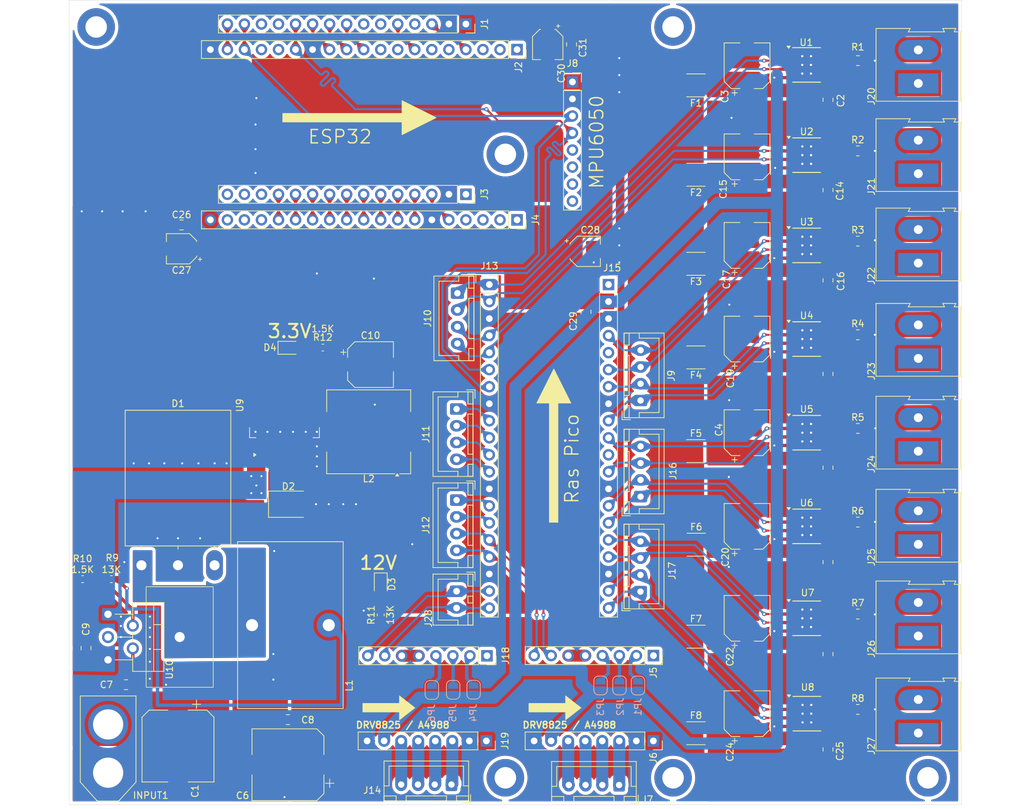
<source format=kicad_pcb>
(kicad_pcb (version 20240108) (generator "pcbnew") (generator_version "8.0")
  (layers (0 "F.Cu" signal) (31 "B.Cu" signal) (34 "B.Paste" user) (35 "F.Paste" user) (36 "B.SilkS" user "B.Silkscreen") (37 "F.SilkS" user "F.Silkscreen") (38 "B.Mask" user) (39 "F.Mask" user) (44 "Edge.Cuts" user))
  (net 0 "")
  (net 1 "-BATT")
  (net 2 "+BATT")
  (net 3 "+12V")
  (net 4 "Net-(J20-Pin_1)")
  (net 5 "Net-(J20-Pin_2)")
  (net 6 "Net-(J21-Pin_1)")
  (net 7 "Net-(J21-Pin_2)")
  (net 8 "Net-(J22-Pin_2)")
  (net 9 "Net-(J22-Pin_1)")
  (net 10 "Net-(J23-Pin_1)")
  (net 11 "Net-(J23-Pin_2)")
  (net 12 "Net-(J24-Pin_2)")
  (net 13 "Net-(J24-Pin_1)")
  (net 14 "Net-(J25-Pin_2)")
  (net 15 "Net-(J25-Pin_1)")
  (net 16 "Net-(J26-Pin_2)")
  (net 17 "Net-(J26-Pin_1)")
  (net 18 "Net-(J27-Pin_1)")
  (net 19 "Net-(J27-Pin_2)")
  (net 20 "Net-(U1-VM)")
  (net 21 "Net-(U2-VM)")
  (net 22 "Net-(U3-VM)")
  (net 23 "Net-(U4-VM)")
  (net 24 "Net-(U5-VM)")
  (net 25 "Net-(U6-VM)")
  (net 26 "Net-(U7-VM)")
  (net 27 "Net-(U8-VM)")
  (net 28 "/A4988 + MPU6050/SDA")
  (net 30 "/ESP32/26")
  (net 31 "/ESP32/35")
  (net 32 "/ESP32/32")
  (net 34 "/ESP32/33")
  (net 36 "/ESP32/14")
  (net 37 "/ESP32/27")
  (net 38 "/ESP32/25")
  (net 39 "/ESP32/12")
  (net 40 "/ESP32/13")
  (net 41 "/ESP32/34")
  (net 42 "Net-(J5-MS3)")
  (net 43 "Net-(J5-Pin_5)")
  (net 44 "Net-(J5-MS2)")
  (net 46 "/A4988 + MPU6050/DIR")
  (net 47 "/A4988 + MPU6050/STEP")
  (net 48 "Net-(J5-MS1)")
  (net 49 "Net-(J6-1B)")
  (net 50 "Net-(J6-2A)")
  (net 51 "Net-(J6-1A)")
  (net 52 "Net-(J6-2B)")
  (net 53 "+3.3V")
  (net 54 "/A4988 + MPU6050/DIR2")
  (net 55 "/A4988 + MPU6050/STEP2")
  (net 59 "Net-(U1-ISEN)")
  (net 60 "Net-(U2-ISEN)")
  (net 61 "Net-(U3-ISEN)")
  (net 62 "Net-(U4-ISEN)")
  (net 63 "Net-(U5-ISEN)")
  (net 64 "Net-(U6-ISEN)")
  (net 65 "Net-(U7-ISEN)")
  (net 66 "Net-(U8-ISEN)")
  (net 67 "/ESP32/19")
  (net 69 "/ESP32/4")
  (net 70 "/ESP32/18")
  (net 72 "/ESP32/15")
  (net 73 "/ESP32/23")
  (net 74 "/ESP32/5")
  (net 93 "/A4988 + MPU6050/SCL")
  (net 96 "Net-(U10-VC)")
  (net 97 "/pico motor control/6")
  (net 98 "/pico motor control/8")
  (net 99 "/pico motor control/7")
  (net 100 "/pico motor control/9")
  (net 101 "/pico motor control/11")
  (net 102 "/pico motor control/10")
  (net 103 "Net-(J18-Pin_5)")
  (net 104 "Net-(J18-MS2)")
  (net 105 "Net-(J18-MS1)")
  (net 107 "Net-(J18-MS3)")
  (net 108 "Net-(J14-Pin_2)")
  (net 109 "Net-(J14-Pin_3)")
  (net 110 "Net-(J14-Pin_4)")
  (net 111 "Net-(J14-Pin_1)")
  (net 112 "/DRV/1.1")
  (net 113 "/DRV/1.2")
  (net 114 "/DRV/2.2")
  (net 115 "/DRV/2.1")
  (net 116 "/DRV/3.1")
  (net 117 "/DRV/3.2")
  (net 118 "/DRV/4.1")
  (net 119 "/DRV/4.2")
  (net 120 "/DRV/5.1")
  (net 121 "/DRV/5.2")
  (net 122 "/DRV/6.2")
  (net 123 "/DRV/6.1")
  (net 124 "/DRV/7.1")
  (net 125 "/DRV/7.2")
  (net 126 "/DRV/8.2")
  (net 127 "/DRV/8.1")
  (net 128 "Net-(D1-K)")
  (net 129 "Net-(D2-K)")
  (net 130 "Net-(U10-FB)")
  (net 131 "Net-(D3-A)")
  (net 132 "Net-(D4-A)")
  (footprint "Fuse:Fuse_1812_4532Metric_Pad1.30x3.40mm_HandSolder" (layer "F.Cu") (at 232.41 71.323 180)
    (property "Reference" "F3")
    (property "Value" "Polyfuse")
  )
  (footprint "Capacitor_SMD:CP_Elec_6.3x5.4" (layer "F.Cu") (at 240.03 138.43 90)
    (property "Reference" "C24")
    (property "Value" "47")
  )
  (footprint "TerminalBlock:TerminalBlock_Altech_AK300-2_P5.00mm" (layer "F.Cu") (at 265.557 44.421 90)
    (property "Reference" "J20")
    (property "Value" "Conn_01x02_Pin")
  )
  (footprint "Capacitor_SMD:C_0805_2012Metric_Pad1.18x1.45mm_HandSolder" (layer "F.Cu") (at 252.095 73.787 -90)
    (property "Reference" "C16")
    (property "Value" "0.1")
  )
  (footprint "Resistor_SMD:R_0805_2012Metric_Pad1.20x1.40mm_HandSolder" (layer "F.Cu") (at 256.556 41.021)
    (property "Reference" "R1")
    (property "Value" "0.2" (hide yes))
  )
  (footprint "Capacitor_SMD:CP_Elec_6.3x5.4" (layer "F.Cu") (at 240.03 41.783 90)
    (property "Reference" "C3")
    (property "Value" "47" (hide yes))
  )
  (footprint "Connector_PinSocket_2.54mm:PinSocket_1x08_P2.54mm_Vertical" (layer "F.Cu") (at 226.06 142.494 -90)
    (property "Reference" "J6")
    (property "Value" "Conn_01x08")
  )
  (footprint "Connector_JST:JST_XH_B4B-XH-A_1x04_P2.50mm_Vertical" (layer "F.Cu") (at 220.9546 149.073 180)
    (property "Reference" "J7")
    (property "Value" "Conn_01x04" (hide yes))
  )
  (footprint "TerminalBlock:TerminalBlock_Altech_AK300-2_P5.00mm" (layer "F.Cu") (at 265.557 126.844 90)
    (property "Reference" "J26")
    (property "Value" "Conn_01x02_Pin")
  )
  (footprint "LED_SMD:LED_0805_2012Metric" (layer "F.Cu") (at 171.7955 83.853)
    (property "Reference" "D4")
    (property "Value" "LED")
  )
  (footprint "Fuse:Fuse_1812_4532Metric_Pad1.30x3.40mm_HandSolder" (layer "F.Cu") (at 232.41 44.704 180)
    (property "Reference" "F1")
    (property "Value" "Polyfuse")
  )
  (footprint "Diode_SMD:D_1812_4532Metric" (layer "F.Cu") (at 171.6532 107.188)
    (property "Reference" "D2")
    (property "Value" "SS34")
  )
  (footprint "TerminalBlock:TerminalBlock_Altech_AK300-2_P5.00mm" (layer "F.Cu") (at 265.557 99.285 90)
    (property "Reference" "J24")
    (property "Value" "Conn_01x02_Pin")
  )
  (footprint "Resistor_SMD:R_0805_2012Metric_Pad1.20x1.40mm_HandSolder" (layer "F.Cu") (at 256.54 81.915)
    (property "Reference" "R4")
    (property "Value" "0.2")
  )
  (footprint "LED_SMD:LED_0805_2012Metric" (layer "F.Cu") (at 185.42 119.126 -90)
    (property "Reference" "D3")
    (property "Value" "LED")
  )
  (footprint "MountingHole:MountingHole_3.2mm_M3_DIN965_Pad" (layer "F.Cu") (at 143 36)
    (property "Reference" "REF**" (hide yes))
    (property "Value" "MountingHole_3.2mm_M3_DIN965_Pad")
  )
  (footprint "Capacitor_SMD:C_0805_2012Metric_Pad1.18x1.45mm_HandSolder" (layer "F.Cu") (at 213.868 38.608 -90)
    (property "Reference" "C31")
    (property "Value" "0.1")
  )
  (footprint "Resistor_SMD:R_0805_2012Metric_Pad1.20x1.40mm_HandSolder" (layer "F.Cu") (at 256.54 67.945)
    (property "Reference" "R3")
    (property "Value" "0.2")
  )
  (footprint "TerminalBlock:TerminalBlock_Altech_AK300-2_P5.00mm" (layer "F.Cu") (at 265.557 85.442 90)
    (property "Reference" "J23")
    (property "Value" "Conn_01x02_Pin")
  )
  (footprint "Package_SO:Texas_HTSOP-8-1EP_3.9x4.9mm_P1.27mm_EP2.95x4.9mm_Mask2.4x3.1mm_ThermalVias" (layer "F.Cu") (at 248.92 55.118)
    (property "Reference" "U2")
    (property "Value" "DRV8870DDA" (hide yes))
  )
  (footprint "Connector_PinSocket_2.54mm:PinSocket_1x08_P2.54mm_Vertical" (layer "F.Cu") (at 201.168 142.494 -90)
    (property "Reference" "J19")
    (property "Value" "Conn_01x08" (hide yes))
  )
  (footprint "Connector_JST:JST_XH_B4B-XH-A_1x04_P2.50mm_Vertical" (layer "F.Cu") (at 195.968 149.004 180)
    (property "Reference" "J14")
    (property "Value" "Conn_01x04" (hide yes))
  )
  (footprint "Capacitor_SMD:C_0805_2012Metric_Pad1.18x1.45mm_HandSolder" (layer "F.Cu") (at 252.095 101.727 -90)
    (property "Reference" "C5" (hide yes))
    (property "Value" "0.1")
  )
  (footprint "Connector_PinSocket_2.54mm:PinSocket_1x15_P2.54mm_Vertical" (layer "F.Cu") (at 198.12 35.56 -90)
    (property "Reference" "J1")
    (property "Value" "Conn_01x15" (hide yes))
  )
  (footprint "MountingHole:MountingHole_3.2mm_M3_DIN965_Pad" (layer "F.Cu") (at 229 36)
    (property "Reference" "REF**" (hide yes))
    (property "Value" "MountingHole_3.2mm_M3_DIN965_Pad")
  )
  (footprint "Connector_PinSocket_2.54mm:PinSocket_1x08_P2.54mm_Vertical" (layer "F.Cu") (at 214 44.196)
    (property "Reference" "J8")
    (property "Value" "Conn_01x04")
  )
  (footprint "Resistor_SMD:R_0805_2012Metric_Pad1.20x1.40mm_HandSolder" (layer "F.Cu") (at 256.54 54.483)
    (property "Reference" "R2")
    (property "Value" "0.2")
  )
  (footprint "Connector_PinSocket_2.54mm:PinSocket_1x08_P2.54mm_Vertical" (layer "F.Cu") (at 226.075 129.769 -90)
    (property "Reference" "J5")
    (property "Value" "Conn_01x08" (hide yes))
  )
  (footprint "Package_TO_SOT_SMD:TO-263-5_TabPin3" (layer "F.Cu") (at 171.069 92.432 90)
    (property "Reference" "U9")
    (property "Value" "LM2596S-3.3")
  )
  (footprint "Inductor_SMD:L_Coilcraft_MSS1278-XXX" (layer "F.Cu") (at 183.6248 96.393 180)
    (property "Reference" "L2")
    (property "Value" "68 3A")
  )
  (footprint "Capacitor_SMD:C_0603_1608Metric_Pad1.08x0.95mm_HandSolder" (layer "F.Cu") (at 145.2626 118.364 180)
    (property "Reference" "R9")
    (property "Value" "13K")
  )
  (footprint "Capacitor_SMD:CP_Elec_6.3x5.4" (layer "F.Cu") (at 240.03 68.58 90)
    (property "Reference" "C17")
    (property "Value" "47" (hide yes))
  )
  (footprint "Capacitor_SMD:C_0805_2012Metric_Pad1.18x1.45mm_HandSolder" (layer "F.Cu") (at 252.095 115.824 -90)
    (property "Reference" "C21" (hide yes))
    (property "Value" "0.1")
  )
  (footprint "Connector_PinSocket_2.54mm:PinSocket_1x20_P2.54mm_Vertical" (layer "F.Cu") (at 201.61 74.42)
    (property "Reference" "J13")
    (property "Value" "Conn_01x20" (hide yes))
  )
  (footprint "Capacitor_SMD:CP_Elec_6.3x5.4" (layer "F.Cu") (at 240.03 55.372 90)
    (property "Reference" "C15")
    (property "Value" "47" (hide yes))
  )
  (footprint "TerminalBlock:TerminalBlock_Altech_AK300-2_P5.00mm" (layer "F.Cu") (at 265.557 71.218 90)
    (property "Reference" "J22")
    (property "Value" "Conn_01x02_Pin")
  )
  (footprint "MountingHole:MountingHole_3.2mm_M3_DIN965_Pad" (layer "F.Cu") (at 267 148)
    (property "Reference" "REF**" (hide yes))
    (property "Value" "MountingHole_3.2mm_M3_DIN965_Pad")
  )
  (footprint "Capacitor_SMD:C_0805_2012Metric_Pad1.18x1.45mm_HandSolder" (layer "F.Cu") (at 155.724 65.532 180)
    (property "Reference" "C26")
    (property "Value" "0.1")
  )
  (footprint "Package_SO:Texas_HTSOP-8-1EP_3.9x4.9mm_P1.27mm_EP2.95x4.9mm_Mask2.4x3.1mm_ThermalVias" (layer "F.Cu") (at 248.92 124.206)
    (property "Reference" "U7")
    (property "Value" "DRV8870DDA")
  )
  (footprint "Connector_JST:JST_XH_B4B-XH-A_1x04_P2.50mm_Vertical" (layer "F.Cu") (at 224.138 120.231 90)
    (property "Reference" "J17")
    (property "Value" "M4")
  )
  (footprint "Capacitor_SMD:C_0805_2012Metric_Pad1.18x1.45mm_HandSolder" (layer "F.Cu") (at 252.095 143.764 -90)
    (property "Reference" "C25")
    (property "Value" "0.1")
  )
  (footprint "Capacitor_SMD:C_0603_1608Metric_Pad1.08x0.95mm_HandSolder" (layer "F.Cu") (at 140.97 118.364 180)
    (property "Reference" "R10")
    (property "Value" "1.5K")
  )
  (footprint "Capacitor_SMD:CP_Elec_4x5.4" (layer "F.Cu") (at 210.312 38.608 -90)
    (property "Reference" "C30")
    (property "Value" "10")
  )
  (footprint "Capacitor_SMD:C_0805_2012Metric_Pad1.18x1.45mm_HandSolder" (layer "F.Cu") (at 147.447 134.112)
    (property "Reference" "C7")
    (property "Value" "1uF")
  )
  (footprint "Fuse:Fuse_1812_4532Metric_Pad1.30x3.40mm_HandSolder" (layer "F.Cu") (at 232.4506 113.233)
    (property "Reference" "F6")
    (property "Value" "Polyfuse")
  )
  (footprint "Connector_JST:JST_XH_B4B-XH-A_1x04_P2.50mm_Vertical" (layer "F.Cu") (at 196.85 75.714 -90)
    (property "Reference" "J10")
    (property "Value" "M1")
  )
  (footprint "Package_SO:Texas_HTSOP-8-1EP_3.9x4.9mm_P1.27mm_EP2.95x4.9mm_Mask2.4x3.1mm_ThermalVias" (layer "F.Cu") (at 248.905 41.656)
    (property "Reference" "U1")
    (property "Value" "DRV8870DDA")
  )
  (footprint "Resistor_SMD:R_0805_2012Metric_Pad1.20x1.40mm_HandSolder" (layer "F.Cu") (at 256.54 95.885)
    (property "Reference" "R5")
    (property "Value" "0.2")
  )
  (footprint "Resistor_SMD:R_0805_2012Metric_Pad1.20x1.40mm_HandSolder" (layer "F.Cu") (at 256.54 137.795)
    (property "Reference" "R8")
    (property "Value" "0.2")
  )
  (footprint "Fuse:Fuse_1812_4532Metric_Pad1.30x3.40mm_HandSolder" (layer "F.Cu") (at 232.41 85.293 180)
    (property "Reference" "F4")
    (property "Value" "Polyfuse")
  )
  (footprint "Capacitor_SMD:CP_Elec_10x10.5" (layer "F.Cu") (at 155.194 143.256 -90)
    (property "Reference" "C1")
    (property "Value" "SMD 470")
  )
  (footprint "Connector_PinSocket_2.54mm:PinSocket_1x19_P2.54mm_Vertical" (layer "F.Cu") (at 205.74 39.37 -90)
    (property "Reference" "J2")
    (property "Value" "Conn_01x19")
  )
  (footprint "Fuse:Fuse_1812_4532Metric_Pad1.30x3.40mm_HandSolder" (layer "F.Cu") (at 232.41 99.263)
    (property "Reference" "F5")
    (property "Value" "Polyfuse")
  )
  (footprint "Inductor_THT:L_Toroid_Vertical_L24.6mm_W15.5mm_P11.44mm_Pulse_KM-4" (layer "F.Cu") (at 166.233 125.222 90)
    (property "Reference" "L1")
    (property "Value" "47 12A")
  )
  (footprint "Capacitor_SMD:CP_Elec_6.3x5.4" (layer "F.Cu") (at 240.03 96.52 90)
    (property "Reference" "C4")
    (property "Value" "47" (hide yes))
  )
  (footprint "Package_SO:Texas_HTSOP-8-1EP_3.9x4.9mm_P1.27mm_EP2.95x4.9mm_Mask2.4x3.1mm_ThermalVias" (layer "F.Cu") (at 248.92 68.58)
    (property "Reference" "U3")
    (property "Value" "DRV8870DDA")
  )
  (footprint "Fuse:Fuse_1812_4532Metric_Pad1.30x3.40mm_HandSolder" (layer "F.Cu") (at 232.41 126.949)
    (property "Reference" "F7")
    (property "Value" "Polyfuse")
  )
  (footprint "Connector_PinSocket_2.54mm:PinSocket_1x08_P2.54mm_Vertical" (layer "F.Cu") (at 201.258602 129.794 -90)
    (property "Reference" "J18")
    (property "Value" "Conn_01x08")
  )
  (footprint "Capacitor_SMD:C_0805_2012Metric_Pad1.18x1.45mm_HandSolder" (layer "F.Cu") (at 141.478 128.651 90)
    (property "Reference" "C9")
    (property "Value" "1uF")
  )
  (footprint "Fuse:Fuse_1812_4532Metric_Pad1.30x3.40mm_HandSolder" (layer "F.Cu") (at 232.41 141.351)
    (property "Reference" "F8")
    (property "Value" "Polyfuse")
  )
  (footprint "Capacitor_SMD:CP_Elec_6.3x5.4" (layer "F.Cu") (at 240.03 82.55 90)
    (property "Reference" "C19")
    (property "Value" "47" (hide yes))
  )
  (footprint "Package_SO:Texas_HTSOP-8-1EP_3.9x4.9mm_P1.27mm_EP2.95x4.9mm_Mask2.4x3.1mm_ThermalVias" (layer "F.Cu") (at 248.92 82.55)
    (property "Reference" "U4")
    (property "Value" "DRV8870DDA")
  )
  (footprint "Package_SO:Texas_HTSOP-8-1EP_3.9x4.9mm_P1.27mm_EP2.95x4.9mm_Mask2.4x3.1mm_ThermalVias" (layer "F.Cu") (at 248.92 110.49)
    (property "Reference" "U6")
    (property "Value" "DRV8870DDA")
  )
  (footprint "Capacitor_SMD:CP_Elec_10x10.5" (layer "F.Cu") (at 171.586 146.05 180)
    (property "Reference" "C6")
    (property "Value" "470uF")
  )
  (footprint "Capacitor_SMD:CP_Elec_6.3x5.4" (layer "F.Cu") (at 240.03 124.206 90)
    (property "Reference" "C22")
    (property "Value" "47" (hide yes))
  )
  (footprint "Package_SO:Texas_HTSOP-8-1EP_3.9x4.9mm_P1.27mm_EP2.95x4.9mm_Mask2.4x3.1mm_ThermalVias" (layer "F.Cu") (at 248.92 96.52)
    (property "Reference" "U5")
    (property "Value" "DRV8870DDA")
  )
  (footprint "Capacitor_SMD:C_0805_2012Metric_Pad1.18x1.45mm_HandSolder" (layer "F.Cu") (at 171.577 139.319 180)
    (property "Reference" "C8")
    (property "Value" "1uF")
  )
  (footprint "Connector_JST:JST_XH_B4B-XH-A_1x04_P2.50mm_Vertical" (layer "F.Cu") (at 196.723 92.986 -90)
    (property "Reference" "J11")
    (property "Value" "M2")
  )
  (footprint "Connector_JST:JST_XH_B4B-XH-A_1x04_P2.50mm_Vertical" (layer "F.Cu") (at 196.723 106.575 -90)
    (property "Reference" "J12")
    (property "Value" "M3" (hide yes))
  )
  (footprint "Capacitor_SMD:C_0805_2012Metric_Pad1.18x1.45mm_HandSolder" (layer "F.Cu") (at 216.027 78.486 -90)
    (property "Reference" "C29")
    (property "Value" "0.1uF")
  )
  (footprint "Package_SO:Texas_HTSOP-8-1EP_3.9x4.9mm_P1.27mm_EP2.95x4.9mm_Mask2.4x3.1mm_ThermalVias" (layer "F.Cu") (at 248.95 138.43)
    (property "Reference" "U8")
    (property "Value" "DRV8870DDA")
  )
  (footprint "TerminalBlock:TerminalBlock_Altech_AK300-2_P5.00mm" (layer "F.Cu") (at 265.557 141.322 90)
    (property "Reference" "J27")
    (property "Value" "Conn_01x02_Pin")
  )
  (footprint "Capacitor_SMD:CP_Elec_4x5.4" (layer "F.Cu") (at 215.9 69.469)
    (property "Reference" "C28")
    (property "Value" "10uF")
  )
  (footprint "MountingHole:MountingHole_3.2mm_M3_DIN965_Pad" (layer "F.Cu") (at 204 55)
    (property "Reference" "REF**" (hide yes))
    (property "Value" "MountingHole_3.2mm_M3_DIN965_Pad")
  )
  (footprint "Capacitor_SMD:C_0805_2012Metric_Pad1.18x1.45mm_HandSolder" (layer "F.Cu") (at 252.095 60.325 -90)
    (property "Reference" "C14")
    (property "Value" "0.1")
  )
  (footprint "Connector_PinSocket_2.54mm:PinSocket_1x15_P2.54mm_Vertical" (layer "F.Cu") (at 198.12 60.96 -90)
    (property "Reference" "J3")
    (property "Value" "Conn_01x15")
  )
  (footprint "Capacitor_SMD:C_0603_1608Metric_Pad1.08x0.95mm_HandSolder" (layer "F.Cu") (at 176.784 83.82 180)
    (property "Reference" "R12")
    (property "Value" "1.5K")
  )
  (footprint "Capacitor_SMD:C_0805_2012Metric_Pad1.18x1.45mm_HandSolder" (layer "F.Cu") (at 252.095 46.863 -90)
    (property "Reference" "C2")
    (property "Value" "0.1")
  )
  (footprint "TerminalBlock:TerminalBlock_Altech_AK300-2_P5.00mm" (layer "F.Cu") (at 265.557 113.175 90)
    (property "Reference" "J25")
    (property "Value" "Conn_01x02_Pin")
  )
  (footprint "Package_TO_SOT_THT:TO-3P-3_Horizontal_TabDown" (layer "F.Cu") (at 149.744 116.293)
    (property "Reference" "D1")
    (property "Value" "MBR30100CT")
  )
  (footprint "Connector_AMASS:AMASS_XT60-M_1x02_P7.20mm_Vertical" (layer "F.Cu") (at 144.78 147.237 90)
    (property "Reference" "INPUT1")
    (property "Value" "Conn_01x02_Pin")
  )
  (footprint "Capacitor_SMD:CP_Elec_6.3x5.4" (layer "F.Cu") (at 240.03 110.49 90)
    (property "Reference" "C20")
    (property "Value" "47" (hide yes))
  )
  (footprint "Resistor_SMD:R_0805_2012Metric_Pad1.20x1.40mm_HandSolder" (layer "F.Cu") (at 256.54 109.855)
    (property "Reference" "R6")
    (property "Value" "0.2")
  )
  (footprint "MountingHole:MountingHole_2.2mm_M2_DIN965_Pad" (layer "F.Cu") (at 155.448 127 90)
    (property "Reference" "REF**" (hide yes))
    (property "Value" "MountingHole_2.2mm_M2_DIN965_Pad")
  )
  (footprint "TerminalBlock:TerminalBlock_Altech_AK300-2_P5.00mm" (layer "F.Cu") (at 265.557 57.883 90)
    (property "Reference" "J21")
    (property "Value" "Conn_01x02_Pin")
  )
  (footprint "Capacitor_SMD:C_0805_2012Metric_Pad1.18x1.45mm_HandSolder" (layer "F.Cu") (at 252.095 87.757 -90)
    (property "Reference" "C18" (hide yes))
    (property "Value" "0.1")
  )
  (footprint "Connector_JST:JST_XH_B4B-XH-A_1x04_P2.50mm_Vertical" (layer "F.Cu") (at 224.155 106.06 90)
    (property "Reference" "J16")
    (property "Value" "M4")
  )
  (footprint "Capacitor_SMD:CP_Elec_4x5.4" (layer "F.Cu") (at 155.724 69.088 180)
    (property "Reference" "C27")
    (property "Value" "10")
  )
  (footprint "Package_TO_SOT_THT:TO-220-5_P3.4x3.7mm_StaggerOdd_Lead3.8mm_Vertical" (layer "F.Cu") (at 144.763 123.6 -90)
    (property "Reference" "U10")
    (property "Value" "XL4016")
  )
  (footprint "MountingHole:MountingHole_3.2mm_M3_DIN965_Pad" (layer "F.Cu") (at 204 148)
    (property "Reference" "REF**" (hide yes))
    (property "Value" "MountingHole_3.2mm_M3_DIN965_Pad")
  )
  (footprint "Capacitor_SMD:C_0805_2012Metric_Pad1.18x1.45mm_HandSolder" (layer "F.Cu") (at 252.095 129.54 -90)
    (property "Reference" "C23" (hide yes))
    (property "Value" "0.1")
  )
  (footprint "Connector_JST:JST_XH_B2B-XH-A_1x02_P2.50mm_Vertical" (layer "F.Cu") (at 196.723 120.164 -90)
    (property "Reference" "J28")
    (property "Value" "Conn_01x02" (hide yes))
  )
  (footprint "Capacitor_SMD:C_0603_1608Metric_Pad1.08x0.95mm_HandSolder" (layer "F.Cu") (at 185.42 123.698 90)
    (property "Reference" "R11")
    (property "Value" "13K")
  )
  (footprint "Fuse:Fuse_1812_4532Metric_Pad1.30x3.40mm_HandSolder" (layer "F.Cu") (at 232.41 58.039 180)
    (property "Reference" "F2")
    (property "Value" "Polyfuse")
  )
  (footprint "Connector_JST:JST_XH_B4B-XH-A_1x04_P2.50mm_Vertical" (layer "F.Cu") (at 224.155 91.716 90)
    (property "Reference" "J9")
    (property "Value" "M4")
  )
  (footprint "MountingHole:MountingHole_3.2mm_M3_DIN965_Pad" (layer "F.Cu") (at 229 148)
    (property "Reference" "REF**" (hide yes))
    (property "Value" "MountingHole_3.2mm_M3_DIN965_Pad")
  )
  (footprint "Connector_PinSocket_2.54mm:PinSocket_1x20_P2.54mm_Vertical" (layer "F.Cu") (at 219.377 74.42)
    (property "Reference" "J15")
    (property "Value" "Conn_01x20" (hide yes))
  )
  (footprint "Capacitor_SMD:CP_Elec_6.3x7.7" (layer "F.Cu") (at 183.896 86.36)
    (property "Reference" "C10")
    (property "Value" "330")
  )
  (footprint "Connector_PinSocket_2.54mm:PinSocket_1x19_P2.54mm_Vertical" (layer "F.Cu") (at 205.74 64.77 -90)
    (property "Reference" "J4")
    (property "Value" "Conn_01x19")
  )
  (footprint "Resistor_SMD:R_0805_2012Metric_Pad1.20x1.40mm_HandSolder" (layer "F.Cu") (at 256.54 123.571)
    (property "Reference" "R7")
    (property "Value" "0.2")
  )
  (footprint "Jumper:SolderJumper-2_P1.3mm_Open_RoundedPad1.0x1.5mm" (layer "B.Cu") (at 221.006 134.224 90)
    (property "Reference" "JP2")
    (property "Value" "SolderJumper_2_Open" (hide yes))
  )
  (footprint "Jumper:SolderJumper-2_P1.3mm_Open_RoundedPad1.0x1.5mm" (layer "B.Cu") (at 218.186 134.224 90)
    (property "Reference" "JP3")
    (property "Value" "SolderJumper_2_Open" (hide yes))
  )
  (footprint "Jumper:SolderJumper-2_P1.3mm_Open_RoundedPad1.0x1.5mm" (layer "B.Cu") (at 196.215 134.874 90)
    (property "Reference" "JP5")
    (property "Value" "SolderJumper_2_Open")
  )
  (footprint "Jumper:SolderJumper-2_P1.3mm_Open_RoundedPad1.0x1.5mm" (layer "B.Cu") (at 223.774 134.239 90)
    (property "Reference" "JP1")
    (property "Value" "SolderJumper_2_Open" (hide yes))
  )
  (footprint "Jumper:SolderJumper-2_P1.3mm_Open_RoundedPad1.0x1.5mm" (layer "B.Cu") (at 199.263 134.859 90)
    (property "Reference" "JP4")
    (property "Value" "SolderJumper_2_Open")
  )
  (footprint "Jumper:SolderJumper-2_P1.3mm_Open_RoundedPad1.0x1.5mm" (layer "B.Cu") (at 193.04 134.889 90)
    (property "Reference" "JP6")
    (property "Value" "SolderJumper_2_Open")
  )
  (gr_poly (pts (xy 170.815 48.895) (xy 188.595 48.895) (xy 188.595 46.99) (xy 193.675 49.53) (xy 188.595 52.07) (xy 188.595 50.165) (xy 170.815 50.165)) (stroke (width 0.1)) (fill solid) (layer "F.SilkS"))
  (gr_poly (pts (xy 182.753 136.906) (xy 188.214 136.906) (xy 188.214 135.784404) (xy 190.5 137.562404) (xy 188.214 139.340404) (xy 188.214 138.176) (xy 182.753 138.176)) (stroke (width 0.1)) (fill solid) (layer "F.SilkS"))
  (gr_poly (pts (xy 207.518 136.906) (xy 212.979 136.906) (xy 212.979 135.784404) (xy 215.265 137.562404) (xy 212.979 139.340404) (xy 212.979 138.176) (xy 207.518 138.176)) (stroke (width 0.1)) (fill solid) (layer "F.SilkS"))
  (gr_poly (pts (xy 210.566 109.877) (xy 210.566 92.097) (xy 208.682404 92.097) (xy 211.222404 87.017) (xy 213.762404 92.097) (xy 211.836 92.097) (xy 211.836 109.877)) (stroke (width 0.1)) (fill solid) (layer "F.SilkS"))
  (gr_rect (start 139 32) (end 272 152) (stroke (width 0.05)) (fill none) (layer "Edge.Cuts"))
  (gr_text "12V" (at 182.118 117.094 0) (layer "F.SilkS") (effects (font (size 2 2) (thickness 0.3)) (justify left bottom)))
  (gr_text "ESP32" (at 174.4472 53.5432 0) (layer "F.SilkS") (effects (font (size 2 2) (thickness 0.2)) (justify left bottom)))
  (gr_text "MPU6050" (at 218.7752 60.2832 90) (layer "F.SilkS") (effects (font (size 2 2) (thickness 0.2)) (justify left bottom)))
  (gr_text "DRV8825 / A4988" (at 181.61 140.716 0) (layer "F.SilkS") (effects (font (size 1 1) (thickness 0.2)) (justify left bottom)))
  (gr_text "Ras Pico" (at 215.0872 107.2608 90) (layer "F.SilkS") (effects (font (size 2 2) (thickness 0.2)) (justify left bottom)))
  (gr_text "3.3V\n" (at 168.402 82.55 0) (layer "F.SilkS") (effects (font (size 2 2) (thickness 0.3)) (justify left bottom)))
  (gr_text "DRV8825 / A4988" (at 206.4554 140.716 0) (layer "F.SilkS") (effects (font (size 1 1) (thickness 0.2)) (justify left bottom)))
  (segment (start 257.556 41.021) (end 259.08 41.021) (width 0.3) (layer "F.Cu") (net 1))
  (segment (start 257.54 54.483) (end 259.079986 54.483) (width 0.3) (layer "F.Cu") (net 1))
  (segment (start 259.07996 123.62176) (end 259.08 123.62176) (width 0.2) (layer "F.Cu") (net 1))
  (segment (start 259.029204 95.859596) (end 259.1562 95.859596) (width 0.2) (layer "F.Cu") (net 1))
  (segment (start 257.54 67.945) (end 258.953 67.945) (width 0.3) (layer "F.Cu") (net 1))
  (segment (start 259.079986 54.483) (end 259.079998 54.483012) (width 0.3) (layer "F.Cu") (net 1))
  (segment (start 259.08 54.48301) (end 259.079998 54.483012) (width 0.2) (layer "F.Cu") (net 1))
  (segment (start 257.54 81.915) (end 259.08 81.915) (width 0.3) (layer "F.Cu") (net 1))
  (segment (start 259.02924 123.571) (end 259.08 123.62176) (width 0.3) (layer "F.Cu") (net 1))
  (segment (start 259.0038 95.885) (end 259.029204 95.859596) (width 0.2) (layer "F.Cu") (net 1))
  (segment (start 257.54 109.855) (end 259.08 109.855) (width 0.3) (layer "F.Cu") (net 1))
  (segment (start 257.54 137.795) (end 259.1054 137.795) (width 0.3) (layer "F.Cu") (net 1))
  (segment (start 258.953 67.945) (end 259.08 67.818) (width 0.3) (layer "F.Cu") (net 1))
  (segment (start 259.08 54.483002) (end 259.08 54.48301) (width 0.2) (layer "F.Cu") (net 1))
  (segment (start 259.08 67.818) (end 259.08 67.9704) (width 0.2) (layer "F.Cu") (net 1))
  (segment (start 259.0292 123.571) (end 259.07996 123.62176) (width 0.2) (layer "F.Cu") (net 1))
  (segment (start 258.953 109.855) (end 259.08 109.855) (width 0.2) (layer "F.Cu") (net 1))
  (segment (start 259.08 109.855) (end 259.105398 109.829602) (width 0.2) (layer "F.Cu") (net 1))
  (segment (start 257.54 123.571) (end 259.02924 123.571) (width 0.3) (layer "F.Cu") (net 1))
  (segment (start 259.130796 95.885) (end 259.1562 95.859596) (width 0.3) (layer "F.Cu") (net 1))
  (segment (start 259.0546 67.945) (end 259.08 67.818) (width 0.2) (layer "F.Cu") (net 1))
  (segment (start 257.54 95.885) (end 259.130796 95.885) (width 0.3) (layer "F.Cu") (net 1))
  (via (at 175.768 107.188) (size 0.6) (drill 0.3) (layers "F.Cu" "B.Cu") (net 1))
  (via (at 143.891 63.5) (size 0.6) (drill 0.3) (layers "F.Cu" "B.Cu") (net 1))
  (via (at 237.7186 49.5554) (size 0.6) (drill 0.3) (layers "F.Cu" "B.Cu") (net 1))
  (via (at 151.003 127) (size 0.6) (drill 0.3) (layers "F.Cu" "B.Cu") (net 1))
  (via (at 140.843 63.5) (size 0.6) (drill 0.3) (layers "F.Cu" "B.Cu") (net 1))
  (via (at 171.069 150.876) (size 0.6) (drill 0.3) (layers "F.Cu" "B.Cu") (net 1))
  (via (at 166.751 50.546) (size 0.6) (drill 0.3) (layers "F.Cu" "B.Cu") (net 1))
  (via (at 184.531 92.329) (size 0.6) (drill 0.3) (layers "F.Cu" "B.Cu") (net 1))
  (via (at 174.244 96.393) (size 0.6) (drill 0.3) (layers "F.Cu" "B.Cu") (net 1))
  (via (at 237.363 91.6686) (size 0.6) (drill 0.3) (layers "F.Cu" "B.Cu") (net 1))
  (via (at 237.3122 103.124) (size 0.6) (drill 0.3) (layers "F.Cu" "B.Cu") (net 1))
  (via (at 190.119 113.157) (size 0.6) (drill 0.3) (layers "F.Cu" "B.Cu") (net 1))
  (via (at 153.416 134.112) (size 0.6) (drill 0.3) (layers "F.Cu" "B.Cu") (net 1))
  (via (at 220.98 40.64) (size 0.6) (drill 0.3) (layers "F.Cu" "B.Cu") (net 1))
  (via (at 158.242 101.092) (size 0.6) (drill 0.3) (layers "F.Cu" "B.Cu") (net 1))
  (via (at 155.194 112.268) (size 0.6) (drill 0.3) (layers "F.Cu" "B.Cu") (net 1))
  (via (at 259.079998 54.483012) (size 0.6) (drill 0.3) (layers "F.Cu" "B.Cu") (net 1))
  (via (at 151.003 133.223) (size 0.6) (drill 0.3) (layers "F.Cu" "B.Cu") (net 1))
  (via (at 175.895 100.0506) (size 0.6) (drill 0.3) (layers "F.Cu" "B.Cu") (net 1))
  (via (at 151.003 128.778) (size 0.6) (drill 0.3) (layers "F.Cu" "B.Cu") (net 1))
  (via (at 170.434 96.393) (size 0.6) (drill 0.3) (layers "F.Cu" "B.Cu") (net 1))
  (via (at 152.146 112.268) (size 0.6) (drill 0.3) (layers "F.Cu" "B.Cu") (net 1))
  (via (at 259.08 81.915) (size 0.6) (drill 0.3) (layers "F.Cu" "B.Cu") (net 1))
  (via (at 177.673 107.188) (size 0.6) (drill 0.3) (layers "F.Cu" "B.Cu") (net 1))
  (via (at 169.545 114.173) (size 0.6) (drill 0.3) (layers "F.Cu" "B.Cu") (net 1))
  (via (at 220.98 68.58) (size 0.6) (drill 0.3) (layers "F.Cu" "B.Cu") (net 1))
  (via (at 146.939 63.5) (size 0.6) (drill 0.3) (layers "F.Cu" "B.Cu") (net 1))
  (via (at 217.17 71.12) (size 0.6) (drill 0.3) (layers "F.Cu" "B.Cu") (net 1))
  (via (at 259.08 123.62176) (size 0.6) (drill 0.3) (layers "F.Cu" "B.Cu") (net 1))
  (via (at 160.655 101.092) (size 0.6) (drill 0.3) (layers "F.Cu" "B.Cu") (net 1))
  (via (at 146.685 123.952) (size 0.6) (drill 0.3) (layers "F.Cu" "B.Cu") (net 1))
  (via (at 146.685 125.349) (size 0.6) (drill 0.3) (layers "F.Cu" "B.Cu") (net 1))
  (via (at 166.751 54.229) (size 0.6) (drill 0.3) (layers "F.Cu" "B.Cu") (net 1))
  (via (at 220.98 66.04) (size 0.6) (drill 0.3) (layers "F.Cu" "B.Cu") (net 1))
  (via (at 175.895 96.393) (size 0.6) (drill 0.3) (layers "F.Cu" "B.Cu") (net 1))
  (via (at 148.59 101.092) (size 0.6) (drill 0.3) (layers "F.Cu" "B.Cu") (net 1))
  (via (at 169.418 129.54) (size 0.6) (drill 0.3) (layers "F.Cu" "B.Cu") (net 1))
  (via (at 181.737 107.188) (size 0.6) (drill 0.3) (layers "F.Cu" "B.Cu") (net 1))
  (via (at 166.878 46.609) (size 0.6) (drill 0.3) (layers "F.Cu" "B.Cu") (net 1))
  (via (at 147.193 115.824) (size 0.6) (drill 0.3) (layers "F.Cu" "B.Cu") (net 1))
  (via (at 259.105398 109.829602) (size 0.6) (drill 0.3) (layers "F.Cu" "B.Cu") (net 1))
  (via (at 150.368 63.5) (size 0.6) (drill 0.3) (layers "F.Cu" "B.Cu") (net 1))
  (via (at 155.829 101.092) (size 0.6) (drill 0.3) (layers "F.Cu" "B.Cu") (net 1))
  (via (at 175.895 98.552) (size 0.6) (drill 0.3) (layers "F.Cu" "B.Cu") (net 1))
  (via (at 146.685 127) (size 0.6) (drill 0.3) (layers "F.Cu" "B.Cu") (net 1))
  (via (at 175.895 101.5492) (size 0.6) (drill 0.3) (layers "F.Cu" "B.Cu") (net 1))
  (via (at 237.3884 77.4192) (size 0.6) (drill 0.3) (layers "F.Cu" "B.Cu") (net 1))
  (via (at 162.433 101.092) (size 0.6) (drill 0.3) (layers "F.Cu" "B.Cu") (net 1))
  (via (at 237.3122 116.5352) (size 0.6) (drill 0.3) (layers "F.Cu" "B.Cu") (net 1))
  (via (at 179.832 107.188) (size 0.6) (drill 0.3) (layers "F.Cu" "B.Cu") (net 1))
  (via (at 259.1054 137.795) (size 0.6) (drill 0.3) (layers "F.Cu" "B.Cu") (net 1))
  (via (at 220.98 71.12) (size 0.6) (drill 0.3) (layers "F.Cu" "B.Cu") (net 1))
  (via (at 158.496 112.268) (size 0.6) (drill 0.3) (layers "F.Cu" "B.Cu") (net 1))
  (via (at 182.88 123.063) (size 0.6) (drill 0.3) (layers "F.Cu" "B.Cu") (net 1))
  (via (at 172.339 96.393) (size 0.6) (drill 0.3) (layers "F.Cu" "B.Cu") (net 1))
  (via (at 259.08 67.818) (size 0.6) (drill 0.3) (layers "F.Cu" "B.Cu") (net 1))
  (via (at 237.2868 130.302) (size 0.6) (drill 0.3) (layers "F.Cu" "B.Cu") (net 1))
  (via (at 151.003 123.952) (size 0.6) (drill 0.3) (layers "F.Cu" "B.Cu") (net 1))
  (via (at 153.162 101.092) (size 0.6) (drill 0.3) (layers "F.Cu" "B.Cu") (net 1))
  (via (at 220.98 43.18) (size 0.6) (drill 0.3) (layers "F.Cu" "B.Cu") (net 1))
  (via (at 169.418 133.35) (size 0.6) (drill 0.3) (layers "F.Cu" "B.Cu") (net 1))
  (via (at 151.003 130.683) (size 0.6) (drill 0.3) (layers "F.Cu" "B.Cu") (net 1))
  (via (at 259.08 41.021) (size 0.6) (drill 0.3) (layers "F.Cu" "B.Cu") (net 1))
  (via (at 151.003 125.603) (size 0.6) (drill 0.3) (layers "F.Cu" "B.Cu") (net 1))
  (via (at 150.876 101.092) (size 0.6) (drill 0.3) (layers "F.Cu" "B.Cu") (net 1))
  (via (at 175.895 72.771) (size 0.6) (drill 0.3) (layers "F.Cu" "B.Cu") (net 1))
  (via (at 184.404 73.533) (size 0.6) (drill 0.3) (layers "F.Cu" "B.Cu") (net 1))
  (via (at 166.751 96.393) (size 0.6) (drill 0.3) (layers "F.Cu" "B.Cu") (net 1))
  (via (at 259.1562 95.859596) (size 0.6) (drill 0.3) (layers "F.Cu" "B.Cu") (net 1))
  (via (at 220.98 45.72) (size 0.6) (drill 0.3) (layers "F.Cu" "B.Cu") (net 1))
  (via (at 166.751 57.785) (size 0.6) (drill 0.3) (layers "F.Cu" "B.Cu") (net 1))
  (via (at 168.529 96.393) (size 0.6) (drill 0.3) (layers "F.Cu" "B.Cu") (net 1))
  (segment (start 144.78 123.583) (end 144.763 123.6) (width 1.8) (layer "B.Cu") (net 1))
  (via (at 167.64 102.997) (size 0.6) (drill 0.3) (layers "F.Cu" "B.Cu") (net 2))
  (via (at 166.116 102.997) (size 0.6) (drill 0.3) (layers "F.Cu" "B.Cu") (net 2))
  (via (at 166.116 105.537) (size 0.6) (drill 0.3) (layers "F.Cu" "B.Cu") (net 2))
  (via (at 167.64 105.537) (size 0.6) (drill 0.3) (layers "F.Cu" "B.Cu") (net 2))
  (via (at 166.878 104.394) (size 0.6) (drill 0.3) (layers "F.Cu" "B.Cu") (net 2))
  (segment (start 146.1251 118.364) (end 147.5221 119.761) (width 0.5) (layer "F.Cu") (net 3))
  (segment (start 147.5221 119.761) (end 147.574 119.761) (width 0.5) (layer "F.Cu") (net 3))
  (via (at 147.574 119.761) (size 0.6) (drill 0.3) (layers "F.Cu" "B.Cu") (net 3))
  (segment (start 152.146 122.809) (end 152.146 137.16) (width 0.5) (layer "B.Cu") (net 3))
  (segment (start 152.146 137.16) (end 179.578 137.16) (width 0.5) (layer "B.Cu") (net 3))
  (segment (start 147.574 119.761) (end 147.574 122.809) (width 0.5) (layer "B.Cu") (net 3))
  (segment (start 179.578 137.16) (end 179.578 127.127) (width 0.5) (layer "B.Cu") (net 3))
  (segment (start 179.578 127.127) (end 177.673 125.222) (width 0.5) (layer "B.Cu") (net 3))
  (segment (start 147.574 122.809) (end 152.146 122.809) (width 0.5) (layer "B.Cu") (net 3))
  (segment (start 201.168 48.26) (end 202.908 50) (width 0.3) (layer "F.Cu") (net 28))
  (segment (start 172.72 35.56) (end 172.72 39.37) (width 0.3) (layer "F.Cu") (net 28))
  (segment (start 202.908 50) (end 212.184 50) (width 0.3) (layer "F.Cu") (net 28))
  (segment (start 212.184 50) (end 214 51.816) (width 0.3) (layer "F.Cu") (net 28))
  (via (at 201.168 48.26) (size 0.6) (drill 0.3) (layers "F.Cu" "B.Cu") (net 28))
  (segment (start 212.20259 54.68821) (end 211.665188 54.150808) (width 0.3) (layer "B.Cu") (net 28))
  (segment (start 210.703526 54.037675) (end 211.071222 54.405371) (width 0.3) (layer "B.Cu") (net 28))
  (segment (start 212.894 52.922) (end 214 51.816) (width 0.3) (layer "B.Cu") (net 28))
  (segment (start 201.61 87.12) (end 198.651101 87.12) (width 0.3) (layer "B.Cu") (net 28))
  (segment (start 211.071222 54.405371) (end 211.240928 54.575077) (width 0.3) (layer "B.Cu") (net 28))
  (segment (start 181.61 48.26) (end 201.168 48.26) (width 0.3) (layer "B.Cu") (net 28))
  (segment (start 178.240867 44.890867) (end 178.339863 44.989863) (width 0.3) (layer "B.Cu") (net 28))
  (segment (start 177.463052 42.69884) (end 177.562046 42.797834) (width 0.3) (layer "B.Cu") (net 28))
  (segment (start 177.25092 43.504941) (end 177.05293 43.702931) (width 0.3) (layer "B.Cu") (net 28))
  (segment (start 197.391702 72.709) (end 207.22505 72.709) (width 0.3) (layer "B.Cu") (net 28))
  (segment (start 178.453001 43.688788) (end 178.551995 43.787782) (width 0.3) (layer "B.Cu") (net 28))
  (segment (start 210.27926 54.122528) (end 210.364114 54.037675) (width 0.3) (layer "B.Cu") (net 28))
  (segment (start 210.646956 54.829633) (end 210.279261 54.461938) (width 0.3) (layer "B.Cu") (net 28))
  (segment (start 212.259162 53.556841) (end 212.344014 53.471987) (width 0.3) (layer "B.Cu") (net 28))
  (segment (start 207.22505 72.709) (end 210 69.93405) (width 0.3) (layer "B.Cu") (net 28))
  (segment (start 177.038788 44.707021) (end 177.547904 44.197904) (width 0.3) (layer "B.Cu") (net 28))
  (segment (start 172.72 39.37) (end 176.359967 43.009967) (width 0.3) (layer "B.Cu") (net 28))
  (segment (start 211.240926 54.575074) (end 211.778327 55.112475) (width 0.3) (layer "B.Cu") (net 28))
  (segment (start 177.052931 43.702931) (end 176.543814 44.212047) (width 0.3) (layer "B.Cu") (net 28))
  (segment (start 211.665188 54.150808) (end 211.66519 54.15081) (width 0.3) (layer "B.Cu") (net 28))
  (segment (start 211.12779 53.273997) (end 211.212642 53.189146) (width 0.3) (layer "B.Cu") (net 28))
  (segment (start 176.543814 44.608027) (end 176.642808 44.707021) (width 0.3) (layer "B.Cu") (net 28))
  (segment (start 178.339863 44.989863) (end 178.934378 45.584378) (width 0.3) (layer "B.Cu") (net 28))
  (segment (start 212.117738 55.112475) (end 212.20259 55.027622) (width 0.3) (layer "B.Cu") (net 28))
  (segment (start 198.651101 87.12) (end 195.325 83.793899) (width 0.3) (layer "B.Cu") (net 28))
  (segment (start 210 69.93405) (end 210 55.816) (width 0.3) (layer "B.Cu") (net 28))
  (segment (start 177.547904 44.197904) (end 177.745892 43.999913) (width 0.3) (layer "B.Cu") (net 28))
  (segment (start 177.05293 43.702931) (end 177.052931 43.702931) (width 0.3) (layer "B.Cu") (net 28))
  (segment (start 178.551995 44.183762) (end 178.240867 44.494887) (width 0.3) (layer "B.Cu") (net 28))
  (segment (start 210 55.816) (end 210.646955 55.169045) (width 0.3) (layer "B.Cu") (net 28))
  (segment (start 178.934378 45.584378) (end 181.61 48.26) (width 0.3) (layer "B.Cu") (net 28))
  (segment (start 176.755947 43.009968) (end 177.067072 42.69884) (width 0.3) (layer "B.Cu") (net 28))
  (segment (start 177.745892 43.999913) (end 178.057019 43.688786) (width 0.3) (layer "B.Cu") (net 28))
  (segment (start 211.66519 54.15081) (end 211.495485 53.981105) (width 0.3) (layer "B.Cu") (net 28))
  (segment (start 195.325 83.793899) (end 195.325 74.775702) (width 0.3) (layer "B.Cu") (net 28))
  (segment (start 211.552054 53.189146) (end 211.91975 53.556842) (width 0.3) (layer "B.Cu") (net 28))
  (segment (start 195.325 74.775702) (end 197.391702 72.709) (width 0.3) (layer "B.Cu") (net 28))
  (segment (start 211.240928 54.575077) (end 211.240926 54.575074) (width 0.3) (layer "B.Cu") (net 28))
  (segment (start 177.562046 43.193814) (end 177.25092 43.504941) (width 0.3) (layer "B.Cu") (net 28))
  (segment (start 212.344014 53.471987) (end 212.894 52.922) (width 0.3) (layer "B.Cu") (net 28))
  (segment (start 211.495485 53.981105) (end 211.127789 53.613409) (width 0.3) (layer "B.Cu") (net 28))
  (arc (start 178.057019 43.688786) (mid 178.255011 43.606778) (end 178.453001 43.688788) (width 0.3) (layer "B.Cu") (net 28))
  (arc (start 211.127789 53.613409) (mid 211.057495 53.443703) (end 211.12779 53.273997) (width 0.3) (layer "B.Cu") (net 28))
  (arc (start 210.364114 54.037675) (mid 210.533819 53.967381) (end 210.703526 54.037675) (width 0.3) (layer "B.Cu") (net 28))
  (arc (start 177.562046 42.797834) (mid 177.644056 42.995824) (end 177.562046 43.193814) (width 0.3) (layer "B.Cu") (net 28))
  (arc (start 212.20259 55.027622) (mid 212.272885 54.857916) (end 212.20259 54.68821) (width 0.3) (layer "B.Cu") (net 28))
  (arc (start 210.279261 54.461938) (mid 210.208967 54.292232) (end 210.27926 54.122528) (width 0.3) (layer "B.Cu") (net 28))
  (arc (start 211.91975 53.556842) (mid 212.089455 53.627137) (end 212.259162 53.556841) (width 0.3) (layer "B.Cu") (net 28))
  (arc (start 211.778327 55.112475) (mid 211.948033 55.182769) (end 212.117738 55.112475) (width 0.3) (layer "B.Cu") (net 28))
  (arc (start 176.359967 43.009967) (mid 176.557958 43.091977) (end 176.755947 43.009968) (width 0.3) (layer "B.Cu") (net 28))
  (arc (start 177.067072 42.69884) (mid 177.265062 42.61683) (end 177.463052 42.69884) (width 0.3) (layer "B.Cu") (net 28))
  (arc (start 176.543814 44.212047) (mid 176.461804 44.410037) (end 176.543814 44.608027) (width 0.3) (layer "B.Cu") (net 28))
  (arc (start 178.551995 43.787782) (mid 178.634005 43.985772) (end 178.551995 44.183762) (width 0.3) (layer "B.Cu") (net 28))
  (arc (start 178.240867 44.494887) (mid 178.158857 44.692877) (end 178.240867 44.890867) (width 0.3) (layer "B.Cu") (net 28))
  (arc (start 211.212642 53.189146) (mid 211.382349 53.11885) (end 211.552054 53.189146) (width 0.3) (layer "B.Cu") (net 28))
  (arc (start 210.646955 55.169045) (mid 210.71725 54.999339) (end 210.646956 54.829633) (width 0.3) (layer "B.Cu") (net 28))
  (arc (start 176.642808 44.707021) (mid 176.840798 44.789031) (end 177.038788 44.707021) (width 0.3) (layer "B.Cu") (net 28))
  (segment (start 182.88 60.96) (end 182.88 64.77) (width 0.3) (layer "F.Cu") (net 30))
  (segment (start 172.72 60.96) (end 172.72 64.77) (width 0.3) (layer "F.Cu") (net 31))
  (segment (start 175.26 64.77) (end 175.26 60.96) (width 0.3) (layer "F.Cu") (net 32))
  (segment (start 177.8 60.96) (end 177.8 64.77) (width 0.3) (layer "F.Cu") (net 34))
  (segment (start 187.96 60.96) (end 187.96 64.77) (width 0.3) (layer "F.Cu") (net 36))
  (segment (start 185.42 60.96) (end 185.42 64.77) (width 0.3) (layer "F.Cu") (net 37))
  (segment (start 180.34 60.96) (end 180.34 64.77) (width 0.3) (layer "F.Cu") (net 38))
  (segment (start 190.5 60.96) (end 190.5 64.77) (width 0.3) (layer "F.Cu") (net 39))
  (segment (start 193.04 60.96) (end 193.04 62.23) (width 0.3) (layer "F.Cu") (net 40))
  (segment (start 193.04 62.23) (end 195.58 64.77) (width 0.3) (layer "F.Cu") (net 40))
  (segment (start 170.18 64.77) (end 170.18 60.96) (width 0.3) (layer "F.Cu") (net 41))
  (segment (start 219.329 132.431) (end 219.329 130.643) (width 0.5) (layer "B.Cu") (net 42))
  (segment (start 219.329 130.643) (end 218.455 129.769) (width 0.5) (layer "B.Cu") (net 42))
  (segment (start 218.186 133.574) (end 219.329 132.431) (width 0.5) (layer "B.Cu") (net 42))
  (segment (start 213.375 129.769) (end 215.915 129.769) (width 1.8) (layer "F.Cu") (net 43))
  (segment (start 221.006 129.78) (end 220.995 129.769) (width 0.5) (layer "B.Cu") (net 44))
  (segment (start 221.006 133.574) (end 221.006 129.78) (width 0.5) (layer "B.Cu") (net 44))
  (segment (start 208.661 121.285) (end 202.436 115.06) (width 0.3) (layer "F.Cu") (net 46))
  (segment (start 202.436 115.06) (end 201.61 115.06) (width 0.3) (layer "F.Cu") (net 46))
  (segment (start 208.661 123.698) (end 208.661 121.285) (width 0.3) (layer "F.Cu") (net 46))
  (via (at 208.661 123.698) (size 0.6) (drill 0.3) (layers "F.Cu" "B.Cu") (net 46))
  (segment (start 208.661 129.403) (end 208.295 129.769) (width 0.3) (layer "B.Cu") (net 46))
  (segment (start 200.625 114.075) (end 196.723 114.075) (width 0.3) (layer "B.Cu") (net 46))
  (segment (start 201.61 115.06) (end 200.625 114.075) (width 0.3) (layer "B.Cu") (net 46))
  (segment (start 208.661 123.698) (end 208.661 129.403) (width 0.3) (layer "B.Cu") (net 46))
  (segment (start 209.677 123.698) (end 209.677 120.587) (width 0.3) (layer "F.Cu") (net 47))
  (segment (start 209.677 120.587) (end 201.61 112.52) (width 0.3) (layer "F.Cu") (net 47))
  (via (at 209.677 123.698) (size 0.6) (drill 0.3) (layers "F.Cu" "B.Cu") (net 47))
  (segment (start 209.677 128.611) (end 210.835 129.769) (width 0.3) (layer "B.Cu") (net 47))
  (segment (start 209.677 123.698) (end 209.677 128.611) (width 0.3) (layer "B.Cu") (net 47))
  (segment (start 196.723 111.575) (end 200.665 111.575) (width 0.3) (layer "B.Cu") (net 47))
  (segment (start 200.665 111.575) (end 201.61 112.52) (width 0.3) (layer "B.Cu") (net 47))
  (segment (start 222.631 132.446) (end 222.631 130.673) (width 0.5) (layer "B.Cu") (net 48))
  (segment (start 223.774 133.589) (end 222.631 132.446) (width 0.5) (layer "B.Cu") (net 48))
  (segment (start 222.631 130.673) (end 223.535 129.769) (width 0.5) (layer "B.Cu") (net 48))
  (segment (start 213.36 148.9784) (end 213.4546 149.073) (width 1.8) (layer "F.Cu") (net 49))
  (segment (start 213.36 142.494) (end 213.36 148.9784) (width 1.8) (layer "B.Cu") (net 49))
  (segment (start 213.36 148.9784) (end 213.4546 149.073) (width 1.8) (layer "B.Cu") (net 49))
  (segment (start 218.44 149.0584) (end 218.4546 149.073) (width 1.8) (layer "F.Cu") (net 50))
  (segment (start 218.44 149.0584) (end 218.4546 149.073) (width 1.8) (layer "B.Cu") (net 50))
  (segment (start 218.44 142.494) (end 218.44 149.0584) (width 1.8) (layer "B.Cu") (net 50))
  (segment (start 215.9 149.0184) (end 215.9546 149.073) (width 1.8) (layer "F.Cu") (net 51))
  (segment (start 215.9 149.0184) (end 215.9546 149.073) (width 1.8) (layer "B.Cu") (net 51))
  (segment (start 215.9546 149.073) (end 215.9546 142.5486) (width 1.8) (layer "B.Cu") (net 51))
  (segment (start 215.9546 142.5486) (end 215.9 142.494) (width 1.8) (layer "B.Cu") (net 51))
  (segment (start 220.98 149.0476) (end 220.9546 149.073) (width 1.8) (layer "F.Cu") (net 52))
  (segment (start 220.98 142.494) (end 220.98 149.0476) (width 1.8) (layer "B.Cu") (net 52))
  (segment (start 220.98 149.0476) (end 220.9546 149.073) (width 1.8) (layer "B.Cu") (net 52))
  (segment (start 246.03 43.561) (end 244.094 43.561) (width 0.3) (layer "F.Cu") (net 53))
  (segment (start 246.045 57.023) (end 244.221 57.023) (width 0.3) (layer "F.Cu") (net 53))
  (segment (start 246.045 84.455) (end 244.094 84.455) (width 0.3) (layer "F.Cu") (net 53))
  (segment (start 246.075 140.335) (end 244.094 140.335) (width 0.3) (layer "F.Cu") (net 53))
  (segment (start 246.045 70.485) (end 244.094 70.485) (width 0.3) (layer "F.Cu") (net 53))
  (segment (start 246.045 126.111) (end 244.094 126.111) (width 0.3) (layer "F.Cu") (net 53))
  (segment (start 246.045 112.395) (end 244.094 112.395) (width 0.3) (layer "F.Cu") (net 53))
  (segment (start 246.045 98.425) (end 244.094 98.425) (width 0.3) (layer "F.Cu") (net 53))
  (via (at 244.094 126.111) (size 0.6) (drill 0.3) (layers "F.Cu" "B.Cu") (net 53))
  (via (at 244.094 70.485) (size 0.6) (drill 0.3) (layers "F.Cu" "B.Cu") (net 53))
  (via (at 244.094 84.455) (size 0.6) (drill 0.3) (layers "F.Cu" "B.Cu") (net 53))
  (via (at 244.094 98.425) (size 0.6) (drill 0.3) (layers "F.Cu" "B.Cu") (net 53))
  (via (at 244.221 57.023) (size 0.6) (drill 0.3) (layers "F.Cu" "B.Cu") (net 53))
  (via (at 244.094 112.395) (size 0.6) (drill 0.3) (layers "F.Cu" "B.Cu") (net 53))
  (via (at 244.094 43.561) (size 0.6) (drill 0.3) (layers "F.Cu" "B.Cu") (net 53))
  (via (at 244.094 140.335) (size 0.6) (drill 0.3) (layers "F.Cu" "B.Cu") (net 53))
  (segment (start 205.486 132.842) (end 202.278909 136.049091) (width 1.8) (layer "B.Cu") (net 53))
  (segment (start 220.937 76.96) (end 235.667 62.23) (width 1.8) (layer "B.Cu") (net 53))
  (segment (start 231.249909 142.875) (end 244.475 142.875) (width 1.8) (layer "B.Cu") (net 53))
  (segment (start 185.928 141.291919) (end 185.928 142.494) (width 1.8) (layer "B.Cu") (net 53))
  (segment (start 219.377 76.96) (end 218.174919 76.96) (width 1.8) (layer "B.Cu") (net 53))
  (segment (start 206.214 131.919) (end 215.392 131.919) (width 1.8) (layer "B.Cu") (net 53))
  (segment (start 235.667 62.23) (end 244.475 62.23) (width 1.8) (layer "B.Cu") (net 53))
  (segment (start 216.91554 135.399091) (end 210.82 141.494631) (width 1.8) (layer "B.Cu") (net 53))
  (segment (start 244.475 142.875) (end 244.475 62.23) (width 1.8) (layer "B.Cu") (net 53))
  (segment (start 216.91554 135.399091) (end 223.774 135.399091) (width 1.8) (layer "B.Cu") (net 53))
  (segment (start 210.82 141.494631) (end 210.82 142.494) (width 1.8) (layer "B.Cu") (net 53))
  (segment (start 205.486 131.191) (end 206.214 131.919) (width 1.8) (layer "B.Cu") (net 53))
  (segment (start 205.486 89.648919) (end 205.486 131.191) (width 1.8) (layer "B.Cu") (net 53))
  (segment (start 202.278909 136.049091) (end 191.170828 136.049091) (width 1.8) (layer "B.Cu") (net 53))
  (segment (start 215.392 133.875551) (end 216.91554 135.399091) (width 1.8) (layer "B.Cu") (net 53))
  (segment (start 191.170828 136.049091) (end 185.928 141.291919) (width 1.8) (layer "B.Cu") (net 53))
  (segment (start 215.392 131.919) (end 215.392 133.875551) (width 1.8) (layer "B.Cu") (net 53))
  (segment (start 244.475 62.23) (end 244.475 43.18) (width 1.8) (layer "B.Cu") (net 53))
  (segment (start 223.774 135.399091) (end 231.249909 142.875) (width 1.8) (layer "B.Cu") (net 53))
  (segment (start 205.486 131.191) (end 205.486 132.842) (width 1.8) (layer "B.Cu") (net 53))
  (segment (start 219.377 76.96) (end 220.937 76.96) (width 1.8) (layer "B.Cu") (net 53))
  (segment (start 218.174919 76.96) (end 205.486 89.648919) (width 1.8) (layer "B.Cu") (net 53))
  (segment (start 196.723 120.164) (end 195.983 120.904) (width 0.3) (layer "B.Cu") (net 54))
  (segment (start 195.983 120.904) (end 192.368602 120.904) (width 0.3) (layer "B.Cu") (net 54))
  (segment (start 192.368602 120.904) (end 183.478602 129.794) (width 0.3) (layer "B.Cu") (net 54))
  (segment (start 196.723 120.164) (end 201.586 120.164) (width 0.3) (layer "B.Cu") (net 54))
  (segment (start 192.405 122.555) (end 186.018602 128.941398) (width 0.3) (layer "B.Cu") (net 55))
  (segment (start 186.018602 128.941398) (end 186.018602 129.794) (width 0.3) (layer "B.Cu") (net 55))
  (segment (start 196.723 122.664) (end 196.614 122.555) (width 0.3) (layer "B.Cu") (net 55))
  (segment (start 196.723 122.664) (end 201.594 122.664) (width 0.3) (layer "B.Cu") (net 55))
  (segment (start 196.614 122.555) (end 192.405 122.555) (width 0.3) (layer "B.Cu") (net 55))
  (segment (start 255.556 41.021) (end 251.78 41.021) (width 0.3) (layer "F.Cu") (net 59))
  (segment (start 255.54 54.483) (end 251.795 54.483) (width 0.3) (layer "F.Cu") (net 60))
  (segment (start 255.54 67.945) (end 251.795 67.945) (width 0.3) (layer "F.Cu") (net 61))
  (segment (start 255.54 81.915) (end 251.795 81.915) (width 0.3) (layer "F.Cu") (net 62))
  (segment (start 255.54 95.885) (end 251.795 95.885) (width 0.3) (layer "F.Cu") (net 63))
  (segment (start 255.54 109.855) (end 251.795 109.855) (width 0.3) (layer "F.Cu") (net 64))
  (segment (start 255.54 123.571) (end 251.795 123.571) (width 0.3) (layer "F.Cu") (net 65))
  (segment (start 255.54 137.795) (end 251.825 137.795) (width 0.3) (layer "F.Cu") (net 66))
  (segment (start 175.26 35.56) (end 175.26 36.83) (width 0.3) (layer "F.Cu") (net 67))
  (segment (start 175.26 36.83) (end 177.8 39.37) (width 0.3) (layer "F.Cu") (net 67))
  (segment (start 187.96 36.83) (end 190.5 39.37) (width 0.3) (layer "F.Cu") (net 69))
  (segment (start 187.96 35.56) (end 187.96 36.83) (width 0.3) (layer "F.Cu") (net 69))
  (segment (start 177.8 35.56) (end 177.8 36.83) (width 0.3) (layer "F.Cu") (net 70))
  (segment (start 177.8 36.83) (end 180.34 39.37) (width 0.3) (layer "F.Cu") (net 70))
  (segment (start 194.945 37.465) (end 196.215 37.465) (width 0.3) (layer "F.Cu") (net 72))
  (segment (start 196.215 37.465) (end 198.12 39.37) (width 0.3) (layer "F.Cu") (net 72))
  (segment (start 193.04 35.56) (end 194.945 37.465) (width 0.3) (layer "F.Cu") (net 72))
  (segment (start 162.56 35.56) (end 162.56 39.37) (width 0.3) (layer "F.Cu") (net 73))
  (segment (start 180.34 36.83) (end 182.88 39.37) (width 0.3) (layer "F.Cu") (net 74))
  (segment (start 180.34 35.56) (end 180.34 36.83) (width 0.3) (layer "F.Cu") (net 74))
  (segment (start 165.1 35.56) (end 165.1 39.37) (width 0.3) (layer "F.Cu") (net 93))
  (segment (start 194.625 74.107) (end 196.723 72.009) (width 0.3) (layer "B.Cu") (net 93))
  (segment (start 175.006 49.276) (end 214 49.276) (width 0.3) (layer "B.Cu") (net 93))
  (segment (start 201.61 89.66) (end 200.201151 89.66) (width 0.3) (layer "B.Cu") (net 93))
  (segment (start 194.625 84.083849) (end 194.625 74.107) (width 0.3) (layer "B.Cu") (net 93))
  (segment (start 213.724 49.276) (end 214 49.276) (width 0.3) (layer "B.Cu") (net 93))
  (segment (start 200.201151 89.66) (end 194.625 84.083849) (width 0.3) (layer "B.Cu") (net 93))
  (segment (start 206.9351 72.009) (end 209 69.9441) (width 0.3) (layer "B.Cu") (net 93))
  (segment (start 209 69.9441) (end 209 54) (width 0.3) (layer "B.Cu") (net 93))
  (segment (start 196.723 72.009) (end 206.9351 72.009) (width 0.3) (layer "B.Cu") (net 93))
  (segment (start 209 54) (end 213.724 49.276) (width 0.3) (layer "B.Cu") (net 93))
  (segment (start 165.1 39.37) (end 175.006 49.276) (width 0.3) (layer "B.Cu") (net 93))
  (segment (start 148.463 134.0905) (end 148.4845 134.112) (width 0.5) (layer "F.Cu") (net 96))
  (segment (start 148.463 128.7) (end 148.463 134.0905) (width 0.5) (layer "F.Cu") (net 96))
  (segment (start 201.61 94.74) (end 199.856 92.986) (width 0.3) (layer "B.Cu") (net 97))
  (segment (start 199.856 92.986) (end 196.723 92.986) (width 0.3) (layer "B.Cu") (net 97))
  (segment (start 196.723 97.986) (end 199.776 97.986) (width 0.3) (layer "B.Cu") (net 98))
  (segment (start 199.776 97.986) (end 201.61 99.82) (width 0.3) (layer "B.Cu") (net 98))
  (segment (start 199.816 95.486) (end 201.61 97.28) (width 0.3) (layer "B.Cu") (net 99))
  (segment (start 196.723 95.486) (end 199.816 95.486) (width 0.3) (layer "B.Cu") (net 99))
  (segment (start 196.723 100.486) (end 199.736 100.486) (width 0.3) (layer "B.Cu") (net 100))
  (segment (start 199.736 100.486) (end 201.61 102.36) (width 0.3) (layer "B.Cu") (net 100))
  (segment (start 196.723 109.075) (end 200.705 109.075) (width 0.3) (layer "B.Cu") (net 101))
  (segment (start 200.705 109.075) (end 201.61 109.98) (width 0.3) (layer "B.Cu") (net 101))
  (segment (start 196.723 106.575) (end 200.745 106.575) (width 0.3) (layer "B.Cu") (net 102))
  (segment (start 200.745 106.575) (end 201.61 107.44) (width 0.3) (layer "B.Cu") (net 102))
  (segment (start 188.558602 129.794) (end 191.098602 129.794) (width 1.8) (layer "F.Cu") (net 103))
  (segment (start 196.1896 129.804998) (end 196.178602 129.794) (width 0.3) (layer "F.Cu") (net 104))
  (segment (start 196.215 134.224) (end 196.215 129.830398) (width 0.5) (layer "B.Cu") (net 104))
  (segment (start 196.215 129.830398) (end 196.178602 129.794) (width 0.5) (layer "B.Cu") (net 104))
  (segment (start 198.718602 129.322398) (end 198.718602 129.794) (width 0.5) (layer "F.Cu") (net 105))
  (segment (start 198.9836 130.058998) (end 198.718602 129.794) (width 0.3) (layer "F.Cu") (net 105))
  (segment (start 199.263 134.209) (end 198.247 133.193) (width 0.5) (layer "B.Cu") (net 105))
  (segment (start 198.247 130.265602) (end 198.718602 129.794) (width 0.5) (layer "B.Cu") (net 105))
  (segment (start 198.247 133.193) (end 198.247 130.265602) (width 0.5) (layer "B.Cu") (net 105))
  (segment (start 193.3956 130.037002) (end 193.638602 129.794) (width 0.3) (layer "F.Cu") (net 107))
  (segment (start 194.183 130.338398) (end 193.638602 129.794) (width 0.5) (layer "B.Cu") (net 107))
  (segment (start 193.04 134.239) (end 194.183 133.096) (width 0.5) (layer "B.Cu") (net 107))
  (segment (start 194.183 133.096) (end 194.183 130.338398) (width 0.5) (layer "B.Cu") (net 107))
  (segment (start 193.548 142.494) (end 193.548 148.924) (width 1.8) (layer "B.Cu") (net 108))
  (segment (start 193.548 148.924) (end 193.468 149.004) (width 1.8) (layer "B.Cu") (net 108))
  (segment (start 191.008 148.964) (end 190.968 149.004) (width 1.8) (layer "F.Cu") (net 109))
  (segment (start 191.008 142.494) (end 191.008 148.964) (width 1.8) (layer "B.Cu") (net 109))
  (segment (start 191.008 148.964) (end 190.968 149.004) (width 1.8) (layer "B.Cu") (net 109))
  (segment (start 188.468 142.494) (end 188.468 149.004) (width 1.8) (layer "B.Cu") (net 110))
  (segment (start 196.088 148.884) (end 195.968 149.004) (width 1.8) (layer "F.Cu") (net 111))
  (segment (start 196.088 148.884) (end 195.968 149.004) (width 1.8) (layer "B.Cu") (net 111))
  (segment (start 196.088 142.494) (end 196.088 148.884) (width 1.8) (layer "B.Cu") (net 111))
  (segment (start 246.03 42.291) (end 242.57 42.291) (width 0.3) (layer "F.Cu") (net 112))
  (via (at 242.57 42.291) (size 0.6) (drill 0.3) (layers "F.Cu" "B.Cu") (net 112))
  (segment (start 196.85 78.214) (end 198.864 76.2) (width 0.3) (layer "B.Cu") (net 112))
  (segment (start 201.61 76.96) (end 202.878 75.692) (width 0.3) (layer "B.Cu") (net 112))
  (segment (start 200.85 76.2) (end 201.61 76.96) (width 0.3) (layer "B.Cu") (net 112))
  (segment (start 202.878 75.692) (end 206.502 75.692) (width 0.3) (layer "B.Cu") (net 112))
  (segment (start 239.903 42.291) (end 242.57 42.291) (width 0.3) (layer "B.Cu") (net 112))
  (segment (start 198.864 76.2) (end 200.85 76.2) (width 0.3) (layer "B.Cu") (net 112))
  (segment (start 206.502 75.692) (end 239.903 42.291) (width 0.3) (layer "B.Cu") (net 112))
  (segment (start 246.03 41.021) (end 242.57 41.021) (width 0.3) (layer "F.Cu") (net 113))
  (via (at 242.57 41.021) (size 0.6) (drill 0.3) (layers "F.Cu" "B.Cu") (net 113))
  (segment (start 206.504 74.42) (end 239.903 41.021) (width 0.3) (layer "B.Cu") (net 113))
  (segment (start 201.358 74.168) (end 201.61 74.42) (width 0.3) (layer "B.Cu") (net 113))
  (segment (start 196.85 75.714) (end 198.396 74.168) (width 0.3) (layer "B.Cu") (net 113))
  (segment (start 239.903 41.021) (end 242.57 41.021) (width 0.3) (layer "B.Cu") (net 113))
  (segment (start 198.396 74.168) (end 201.358 74.168) (width 0.3) (layer "B.Cu") (net 113))
  (segment (start 201.61 74.42) (end 206.504 74.42) (width 0.3) (layer "B.Cu") (net 113))
  (segment (start 242.570008 54.483) (end 242.57 54.482992) (width 0.3) (layer "F.Cu") (net 114))
  (segment (start 246.045 54.483) (end 243.078 54.483) (width 0.3) (layer "F.Cu") (net 114))
  (segment (start 243.078 54.483) (end 242.570008 54.483) (width 0.3) (layer "F.Cu") (net 114))
  (via (at 242.57 54.482992) (size 0.6) (drill 0.3) (layers "F.Cu" "B.Cu") (net 114))
  (segment (start 201.1 82.55) (end 201.61 82.04) (width 0.3) (layer "B.Cu") (net 114))
  (segment (start 198.686 82.55) (end 201.1 82.55) (width 0.3) (layer "B.Cu") (net 114))
  (segment (start 196.85 80.714) (end 198.686 82.55) (width 0.3) (layer "B.Cu") (net 114))
  (segment (start 201.61 81.338478) (end 201.61 82.04) (width 0.3) (layer "B.Cu") (net 114))
  (segment (start 229.167008 54.482992) (end 242.57 54.482992) (width 0.3) (layer "B.Cu") (net 114))
  (segment (start 201.61 82.04) (end 229.167008 54.482992) (width 0.3) (layer "B.Cu") (net 114))
  (segment (start 246.045 55.753) (end 242.57 55.753) (width 0.3) (layer "F.Cu") (net 115))
  (via (at 242.57 55.753) (size 0.6) (drill 0.3) (layers "F.Cu" "B.Cu") (net 115))
  (segment (start 228.981 55.753) (end 242.57 55.753) (width 0.3) (layer "B.Cu") (net 115))
  (segment (start 201.61 84.58) (end 201.61 84.019899) (width 0.3) (layer "B.Cu") (net 115))
  (segment (start 201.61 84.019899) (end 203.01 82.619899) (width 0.3) (layer "B.Cu") (net 115))
  (segment (start 201.1 85.09) (end 201.61 84.58) (width 0.3) (layer "B.Cu") (net 115))
  (segment (start 203.01 82.619899) (end 203.01 81.724) (width 0.3) (layer "B.Cu") (net 115))
  (segment (start 196.85 83.214) (end 198.726 85.09) (width 0.3) (layer "B.Cu") (net 115))
  (segment (start 203.01 81.724) (end 228.981 55.753) (width 0.3) (layer "B.Cu") (net 115))
  (segment (start 198.726 85.09) (end 201.1 85.09) (width 0.3) (layer "B.Cu") (net 115))
  (segment (start 243.078 69.215) (end 242.57 69.215) (width 0.3) (layer "F.Cu") (net 116))
  (segment (start 246.045 69.215) (end 243.078 69.215) (width 0.3) (layer "F.Cu") (net 116))
  (via (at 242.57 69.215) (size 0.6) (drill 0.3) (layers "F.Cu" "B.Cu") (net 116))
  (segment (start 219.377 87.12) (end 223.751 87.12) (width 0.3) (layer "B.Cu") (net 116))
  (segment (start 225.069 86.716) (end 242.57 69.215) (width 0.3) (layer "B.Cu") (net 116))
  (segment (start 224.155 86.716) (end 225.069 86.716) (width 0.3) (layer "B.Cu") (net 116))
  (segment (start 246.045 67.945) (end 243.078 67.945) (width 0.3) (layer "F.Cu") (net 117))
  (segment (start 242.570006 67.945) (end 242.57 67.945006) (width 0.3) (layer "F.Cu") (net 117))
  (segment (start 243.078 67.945) (end 242.570006 67.945) (width 0.3) (layer "F.Cu") (net 117))
  (via (at 242.57 67.945006) (size 0.6) (drill 0.3) (layers "F.Cu" "B.Cu") (net 117))
  (segment (start 226.299006 84.216) (end 242.57 67.945006) (width 0.3) (layer "B.Cu") (net 117))
  (segment (start 224.155 84.216) (end 226.299006 84.216) (width 0.3) (layer "B.Cu") (net 117))
  (segment (start 221.553 84.216) (end 224.155 84.216) (width 0.3) (layer "B.Cu") (net 117))
  (segment (start 219.377 82.04) (end 221.553 84.216) (width 0.3) (layer "B.Cu") (net 117))
  (segment (start 246.045 83.185) (end 242.57 83.185) (width 0.3) (layer "F.Cu") (net 118))
  (via (at 242.57 83.185) (size 0.6) (drill 0.3) (layers "F.Cu" "B.Cu") (net 118))
  (segment (start 224.155 91.716) (end 224.939 90.932) (width 0.3) (layer "B.Cu") (net 118))
  (segment (start 224.939 90.932) (end 234.823 90.932) (width 0.3) (layer "B.Cu") (net 118))
  (segment (start 219.377 94.74) (end 222.401 91.716) (width 0.3) (layer "B.Cu") (net 118))
  (segment (start 234.823 90.932) (end 242.57 83.185) (width 0.3) (layer "B.Cu") (net 118))
  (segment (start 222.401 91.716) (end 224.155 91.716) (width 0.3) (layer "B.Cu") (net 118))
  (segment (start 246.045 81.915) (end 243.078 81.915) (width 0.3) (layer "F.Cu") (net 119))
  (segment (start 242.57 81.915) (end 242.569997 81.915003) (width 0.3) (layer "F.Cu") (net 119))
  (segment (start 243.078 81.915) (end 242.57 81.915) (width 0.3) (layer "F.Cu") (net 119))
  (via (at 242.569997 81.915003) (size 0.6) (drill 0.3) (layers "F.Cu" "B.Cu") (net 119))
  (segment (start 219.377 89.66) (end 223.711 89.66) (width 0.3) (layer "B.Cu") (net 119))
  (segment (start 224.855 89.916) (end 234.569 89.916) (width 0.3) (layer "B.Cu") (net 119))
  (segment (start 234.569 89.916) (end 242.569997 81.915003) (width 0.3) (layer "B.Cu") (net 119))
  (segment (start 224.155 89.216) (end 224.855 89.916) (width 0.3) (layer "B.Cu") (net 119))
  (segment (start 246.045 97.155) (end 242.975 97.155) (width 0.3) (layer "F.Cu") (net 120))
  (via (at 242.975 97.155) (size 0.6) (drill 0.3) (layers "F.Cu" "B.Cu") (net 120))
  (segment (start 239.07 101.06) (end 242.975 97.155) (width 0.3) (layer "B.Cu") (net 120))
  (segment (start 219.377 102.36) (end 220.75 100.987) (width 0.3) (layer "B.Cu") (net 120))
  (segment (start 224.155 101.06) (end 239.07 101.06) (width 0.3) (layer "B.Cu") (net 120))
  (segment (start 220.75 100.987) (end 224.082 100.987) (width 0.3) (layer "B.Cu") (net 120))
  (segment (start 246.045 95.885) (end 242.975 95.885) (width 0.3) (layer "F.Cu") (net 121))
  (via (at 242.975 95.885) (size 0.6) (drill 0.3) (layers "F.Cu" "B.Cu") (net 121))
  (segment (start 240.3 98.56) (end 242.975 95.885) (width 0.3) (layer "B.Cu") (net 121))
  (segment (start 219.377 97.28) (end 220.657 98.56) (width 0.3) (layer "B.Cu") (net 121))
  (segment (start 220.657 98.56) (end 224.155 98.56) (width 0.3) (layer "B.Cu") (net 121))
  (segment (start 224.155 98.56) (end 240.3 98.56) (width 0.3) (layer "B.Cu") (net 121))
  (segment (start 246.045 109.855) (end 243.078 109.855) (width 0.3) (layer "F.Cu") (net 122))
  (segment (start 243.078 109.855) (end 242.57 109.855) (width 0.3) (layer "F.Cu") (net 122))
  (via (at 242.57 109.855) (size 0.6) (drill 0.3) (layers "F.Cu" "B.Cu") (net 122))
  (segment (start 224.735 104.14) (end 236.855 104.14) (width 0.3) (layer "B.Cu") (net 122))
  (segment (start 224.155 103.56) (end 224.735 104.14) (width 0.3) (layer "B.Cu") (net 122))
  (segment (start 219.377 107.44) (end 223.257 103.56) (width 0.3) (layer "B.Cu") (net 122))
  (segment (start 223.257 103.56) (end 224.155 103.56) (width 0.3) (layer "B.Cu") (net 122))
  (segment (start 236.855 104.14) (end 242.57 109.855) (width 0.3) (layer "B.Cu") (net 122))
  (segment (start 246.045 111.125) (end 242.57 111.125) (width 0.3) (layer "F.Cu") (net 123))
  (via (at 242.57 111.125) (size 0.6) (drill 0.3) (layers "F.Cu" "B.Cu") (net 123))
  (segment (start 225.059 105.156) (end 236.601 105.156) (width 0.3) (layer "B.Cu") (net 123))
  (segment (start 224.155 106.06) (end 225.059 105.156) (width 0.3) (layer "B.Cu") (net 123))
  (segment (start 223.297 106.06) (end 224.155 106.06) (width 0.3) (layer "B.Cu") (net 123))
  (segment (start 219.377 109.98) (end 223.297 106.06) (width 0.3) (layer "B.Cu") (net 123))
  (segment (start 236.601 105.156) (end 242.57 111.125) (width 0.3) (layer "B.Cu") (net 123))
  (segment (start 246.045 124.841) (end 242.57 124.841) (width 0.3) (layer "F.Cu") (net 124))
  (via (at 242.57 124.841) (size 0.6) (drill 0.3) (layers "F.Cu" "B.Cu") (net 124))
  (segment (start 224.942 114.427) (end 232.156 114.427) (width 0.3) (layer "B.Cu") (net 124))
  (segment (start 232.156 114.427) (end 242.57 124.841) (width 0.3) (layer "B.Cu") (net 124))
  (segment (start 219.377 115.06) (end 223.967 115.06) (width 0.3) (layer "B.Cu") (net 124))
  (segment (start 224.138 115.231) (end 224.942 114.427) (width 0.3) (layer "B.Cu") (net 124))
  (segment (start 246.045 123.571) (end 242.57 123.571) (width 0.3) (layer "F.Cu") (net 125))
  (via (at 242.57 123.571) (size 0.6) (drill 0.3) (layers "F.Cu" "B.Cu") (net 125))
  (segment (start 224.138 112.731) (end 224.691 113.284) (width 0.3) (layer "B.Cu") (net 125))
  (segment (start 219.377 112.52) (end 223.927 112.52) (width 0.3) (layer "B.Cu") (net 125))
  (segment (start 232.283 113.284) (end 242.57 123.571) (width 0.3) (layer "B.Cu") (net 125))
  (segment (start 224.691 113.284) (end 232.283 113.284) (width 0.3) (layer "B.Cu") (net 125))
  (segment (start 243.078 137.795) (end 242.570012 137.795) (width 0.3) (layer "F.Cu") (net 126))
  (segment (start 242.570012 137.795) (end 242.57 137.795012) (width 0.3) (layer "F.Cu") (net 126))
  (segment (start 246.075 137.795) (end 243.078 137.795) (width 0.3) (layer "F.Cu") (net 126))
  (via (at 242.57 137.795012) (size 0.6) (drill 0.3) (layers "F.Cu" "B.Cu") (net 126))
  (segment (start 225.679 119.272) (end 225.679 120.904012) (width 0.3) (layer "B.Cu") (net 126))
  (segment (start 224.138 117.731) (end 225.679 119.272) (width 0.3) (layer "B.Cu") (net 126))
  (segment (start 221.786 117.731) (end 224.138 117.731) (width 0.3) (layer "B.Cu") (net 126))
  (segment (start 219.377 120.14) (end 221.786 117.731) (width 0.3) (layer "B.Cu") (net 126))
  (segment (start 225.679 120.904012) (end 242.57 137.795012) (width 0.3) (layer "B.Cu") (net 126))
  (segment (start 246.075 139.065) (end 242.57 139.065) (width 0.3) (layer "F.Cu") (net 127))
  (via (at 242.57 139.065) (size 0.6) (drill 0.3) (layers "F.Cu" "B.Cu") (net 127))
  (segment (start 242.122 139.065) (end 242.57 139.065) (width 0.3) (layer "B.Cu") (net 127))
  (segment (start 219.377 122.68) (end 221.826 120.231) (width 0.3) (layer "B.Cu") (net 127))
  (segment (start 224.138 121.081) (end 242.122 139.065) (width 0.3) (layer "B.Cu") (net 127))
  (segment (start 221.826 120.231) (end 224.138 120.231) (width 0.3) (layer "B.Cu") (net 127))
  (segment (start 224.138 120.231) (end 224.138 121.081) (width 0.3) (layer "B.Cu") (net 127))
  (segment (start 144.4001 118.8731) (end 148.463 122.936) (width 0.5) (layer "F.Cu") (net 130))
  (segment (start 144.4001 118.364) (end 144.4001 118.8731) (width 0.5) (layer "F.Cu") (net 130))
  (segment (start 141.8325 118.364) (end 144.4001 118.364) (width 0.5) (layer "F.Cu") (net 130))
  (segment (start 148.463 122.936) (end 148.463 125.3) (width 0.5) (layer "F.Cu") (net 130))
  (segment (start 185.42 122.8355) (end 185.42 120.0635) (width 0.9) (layer "F.Cu") (net 131))
  (segment (start 175.9215 83.82) (end 172.766 83.82) (width 0.9) (layer "F.Cu") (net 132))
  (segment (start 172.766 83.82) (end 172.733 83.853) (width 0.9) (layer "F.Cu") (net 132))
  (zone (net 9) (net_name "Net-(J22-Pin_1)") (layer "F.Cu") (priority 13) (connect_pads yes (clearance 0.5)) (min_thickness 0.25) (fill yes (thermal_gap 0.5) (thermal_bridge_width 0.5))
    (polygon (pts (xy 250.698 68.834) (xy 268.986 68.834) (xy 268.986 73.152) (xy 253.365 73.152) (xy 253.365 69.977) (xy 250.698 69.977)))
  )
  (zone (net 4) (net_name "Net-(J20-Pin_1)") (layer "F.Cu") (priority 13) (connect_pads yes (clearance 0.5)) (min_thickness 0.25) (fill yes (thermal_gap 0.5) (thermal_bridge_width 0.5))
    (polygon (pts (xy 250.698 41.91) (xy 268.986 41.91) (xy 268.986 46.355) (xy 253.365 46.355) (xy 253.365 43.18) (xy 250.698 43.18)))
  )
  (zone (net 18) (net_name "Net-(J27-Pin_1)") (layer "F.Cu") (priority 13) (connect_pads yes (clearance 0.5)) (min_thickness 0.25) (fill yes (thermal_gap 0.5) (thermal_bridge_width 0.5))
    (polygon (pts (xy 250.698 138.7602) (xy 268.986 138.7602) (xy 268.986 143.002) (xy 253.365 143.002) (xy 253.365 139.827) (xy 250.698 139.827)))
  )
  (zone (net 13) (net_name "Net-(J24-Pin_1)") (layer "F.Cu") (priority 13) (connect_pads yes (clearance 0.5)) (min_thickness 0.25) (fill yes (thermal_gap 0.5) (thermal_bridge_width 0.5))
    (polygon (pts (xy 250.698 96.782756) (xy 268.986 96.782756) (xy 268.986 101.278556) (xy 253.365 101.278556) (xy 253.365 98.103556) (xy 250.698 98.103556)))
  )
  (zone (net 12) (net_name "Net-(J24-Pin_2)") (layer "F.Cu") (priority 11) (connect_pads yes (clearance 0.5)) (min_thickness 0.25) (fill yes (thermal_gap 0.5) (thermal_bridge_width 0.5))
    (polygon (pts (xy 250.825 94.928556) (xy 250.571 94.928556) (xy 254.508 94.928556) (xy 260.096 94.928556) (xy 260.096 96.198556) (xy 268.986 96.198556) (xy 268.986 92.388556) (xy 250.825 92.515556)))
  )
  (zone (net 17) (net_name "Net-(J26-Pin_1)") (layer "F.Cu") (priority 13) (connect_pads yes (clearance 0.5)) (min_thickness 0.25) (fill yes (thermal_gap 0.5) (thermal_bridge_width 0.5))
    (polygon (pts (xy 250.698 124.5108) (xy 268.986 124.5108) (xy 268.986 128.778) (xy 253.365 128.778) (xy 253.365 125.603) (xy 250.698 125.603)))
  )
  (zone (net 22) (net_name "Net-(U3-VM)") (layer "F.Cu") (priority 12) (connect_pads yes (clearance 0.5)) (min_thickness 0.25) (fill yes (thermal_gap 0.5) (thermal_bridge_width 0.5))
    (polygon (pts (xy 233.934 69.469) (xy 233.934 73.279) (xy 252.984 73.279) (xy 252.984 69.977) (xy 250.571 69.977) (xy 250.571 71.247) (xy 243.459 71.247) (xy 243.459 69.469)))
  )
  (zone (net 3) (net_name "+12V") (layer "F.Cu") (priority 15) (connect_pads yes (clearance 0.5)) (min_thickness 0.25) (fill yes (thermal_gap 0.5) (thermal_bridge_width 0.5))
    (polygon (pts (xy 172.085 122.809) (xy 181.991 122.682) (xy 181.991 123.952) (xy 222.25 124.079) (xy 222.25 39.878) (xy 233.553 39.878) (xy 233.68 151.384) (xy 172.085 151.765)))
  )
  (zone (net 53) (net_name "+3.3V") (layer "F.Cu") (priority 4) (connect_pads yes (clearance 0.5)) (min_thickness 0.25) (fill yes (thermal_gap 0.5) (thermal_bridge_width 0.5))
    (polygon (pts (xy 212.725 43.053) (xy 212.725 45.339) (xy 215.265 45.339) (xy 215.265 43.053)))
  )
  (zone (net 5) (net_name "Net-(J20-Pin_2)") (layer "F.Cu") (priority 11) (connect_pads yes (clearance 0.5)) (min_thickness 0.25) (fill yes (thermal_gap 0.5) (thermal_bridge_width 0.5))
    (polygon (pts (xy 250.825 40.005) (xy 250.571 40.005) (xy 254.508 40.005) (xy 260.096 40.005) (xy 260.096 41.275) (xy 268.986 41.275) (xy 268.986 37.465) (xy 250.825 37.592)))
  )
  (zone (net 23) (net_name "Net-(U4-VM)") (layer "F.Cu") (priority 12) (connect_pads yes (clearance 0.5)) (min_thickness 0.25) (fill yes (thermal_gap 0.5) (thermal_bridge_width 0.5))
    (polygon (pts (xy 233.934 83.693) (xy 233.934 87.503) (xy 252.984 87.503) (xy 252.984 84.201) (xy 250.571 84.201) (xy 250.571 85.471) (xy 243.459 85.471) (xy 243.459 83.693)))
  )
  (zone (net 14) (net_name "Net-(J25-Pin_2)") (layer "F.Cu") (priority 11) (connect_pads yes (clearance 0.5)) (min_thickness 0.25) (fill yes (thermal_gap 0.5) (thermal_bridge_width 0.5))
    (polygon (pts (xy 250.825 108.712) (xy 250.571 108.712) (xy 254.508 108.712) (xy 260.096 108.712) (xy 260.096 109.982) (xy 268.986 109.982) (xy 268.986 106.172) (xy 250.825 106.299)))
  )
  (zone (net 1) (net_name "-BATT") (layer "F.Cu") (connect_pads yes (clearance 0.5)) (min_thickness 0.25) (fill yes (thermal_gap 0.5) (thermal_bridge_width 0.5))
    (polygon (pts (xy 166.2 32) (xy 166.2 62.7) (xy 139 62.7) (xy 139 152) (xy 272 152) (xy 272 32)))
  )
  (zone (net 129) (net_name "Net-(D2-K)") (layer "F.Cu") (priority 3) (connect_pads yes (clearance 0.5)) (min_thickness 0.25) (fill yes (thermal_gap 0.5) (thermal_bridge_width 0.5))
    (polygon (pts (xy 168.529 97.536) (xy 168.529 112.014) (xy 190.246 112.014) (xy 190.246 93.345) (xy 183.388 93.345) (xy 183.388 109.2962) (xy 172.593 109.2962) (xy 172.593 102.87) (xy 170.18 102.87) (xy 170.18 97.536)))
  )
  (zone (net 8) (net_name "Net-(J22-Pin_2)") (layer "F.Cu") (priority 11) (connect_pads yes (clearance 0.5)) (min_thickness 0.25) (fill yes (thermal_gap 0.5) (thermal_bridge_width 0.5))
    (polygon (pts (xy 250.825 66.802) (xy 250.825 66.9544) (xy 254.508 66.9544) (xy 260.096 66.9544) (xy 260.096 68.072) (xy 268.986 68.072) (xy 268.986 64.262) (xy 250.825 64.389)))
  )
  (zone (net 26) (net_name "Net-(U7-VM)") (layer "F.Cu") (priority 12) (connect_pads yes (clearance 0.5)) (min_thickness 0.25) (fill yes (thermal_gap 0.5) (thermal_bridge_width 0.5))
    (polygon (pts (xy 233.934 125.095) (xy 233.934 128.905) (xy 252.984 128.905) (xy 252.984 125.603) (xy 250.571 125.603) (xy 250.571 126.873) (xy 243.459 126.873) (xy 243.459 125.095)))
  )
  (zone (net 24) (net_name "Net-(U5-VM)") (layer "F.Cu") (priority 12) (connect_pads yes (clearance 0.5)) (min_thickness 0.25) (fill yes (thermal_gap 0.5) (thermal_bridge_width 0.5))
    (polygon (pts (xy 233.934 97.595556) (xy 233.934 101.405556) (xy 252.984 101.405556) (xy 252.984 98.103556) (xy 250.571 98.103556) (xy 250.571 99.373556) (xy 243.459 99.373556) (xy 243.459 97.595556)))
  )
  (zone (net 25) (net_name "Net-(U6-VM)") (layer "F.Cu") (priority 12) (connect_pads yes (clearance 0.5)) (min_thickness 0.25) (fill yes (thermal_gap 0.5) (thermal_bridge_width 0.5))
    (polygon (pts (xy 233.934 111.379) (xy 233.934 115.189) (xy 252.984 115.189) (xy 252.984 111.887) (xy 250.571 111.887) (xy 250.571 113.157) (xy 243.459 113.157) (xy 243.459 111.379)))
  )
  (zone (net 7) (net_name "Net-(J21-Pin_2)") (layer "F.Cu") (priority 11) (connect_pads yes (clearance 0.5)) (min_thickness 0.25) (fill yes (thermal_gap 0.5) (thermal_bridge_width 0.5))
    (polygon (pts (xy 250.825 53.594) (xy 250.952 53.594) (xy 254.508 53.594) (xy 260.096 53.594) (xy 260.096 54.864) (xy 268.986 54.864) (xy 268.986 51.054) (xy 250.825 51.181)))
  )
  (zone (net 16) (net_name "Net-(J26-Pin_2)") (layer "F.Cu") (priority 11) (connect_pads yes (clearance 0.5)) (min_thickness 0.25) (fill yes (thermal_gap 0.5) (thermal_bridge_width 0.5))
    (polygon (pts (xy 250.825 122.428) (xy 250.571 122.428) (xy 254.508 122.428) (xy 260.1468 122.428) (xy 260.1468 123.698) (xy 268.986 123.698) (xy 268.986 119.888) (xy 250.825 120.015)))
  )
  (zone (net 11) (net_name "Net-(J23-Pin_2)") (layer "F.Cu") (priority 11) (connect_pads yes (clearance 0.5)) (min_thickness 0.25) (fill yes (thermal_gap 0.5) (thermal_bridge_width 0.5))
    (polygon (pts (xy 250.825 81.026) (xy 250.571 81.026) (xy 254.508 81.026) (xy 260.096 81.026) (xy 260.096 82.296) (xy 268.986 82.296) (xy 268.986 78.486) (xy 250.825 78.613)))
  )
  (zone (net 53) (net_name "+3.3V") (layer "F.Cu") (priority 5) (connect_pads yes (clearance 0.5)) (min_thickness 0.25) (fill yes (thermal_gap 0.5) (thermal_bridge_width 0.5))
    (polygon (pts (xy 183.134 72.517) (xy 203.835 72.517) (xy 203.835 78.105) (xy 220.218 78.105) (xy 220.218 72.136) (xy 215.519 72.136) (xy 215.519 67.437) (xy 219.964 67.31) (xy 219.964 32.02) (xy 197.104 32.02) (xy 197.104 38.354) (xy 215.138 38.354) (xy 215.138 42.164) (xy 215.138 45.974) (xy 215.138 62.611) (xy 183.134 62.611)))
  )
  (zone (net 15) (net_name "Net-(J25-Pin_1)") (layer "F.Cu") (priority 13) (connect_pads yes (clearance 0.5)) (min_thickness 0.25) (fill yes (thermal_gap 0.5) (thermal_bridge_width 0.5))
    (polygon (pts (xy 250.698 110.8456) (xy 268.986 110.8456) (xy 268.986 115.062) (xy 253.365 115.062) (xy 253.365 111.887) (xy 250.698 111.887)))
  )
  (zone (net 20) (net_name "Net-(U1-VM)") (layer "F.Cu") (priority 12) (connect_pads yes (clearance 0.5)) (min_thickness 0.25) (fill yes (thermal_gap 0.5) (thermal_bridge_width 0.5))
    (polygon (pts (xy 233.934 42.672) (xy 233.934 46.482) (xy 252.984 46.482) (xy 252.984 43.18) (xy 250.571 43.18) (xy 250.571 44.45) (xy 243.459 44.45) (xy 243.459 42.672)))
  )
  (zone (net 27) (net_name "Net-(U8-VM)") (layer "F.Cu") (priority 12) (connect_pads yes (clearance 0.5)) (min_thickness 0.25) (fill yes (thermal_gap 0.5) (thermal_bridge_width 0.5))
    (polygon (pts (xy 233.934 139.319) (xy 233.934 143.129) (xy 252.984 143.129) (xy 252.984 139.827) (xy 250.571 139.827) (xy 250.571 141.097) (xy 243.459 141.097) (xy 243.459 139.319)))
  )
  (zone (net 6) (net_name "Net-(J21-Pin_1)") (layer "F.Cu") (priority 13) (connect_pads yes (clearance 0.5)) (min_thickness 0.25) (fill yes (thermal_gap 0.5) (thermal_bridge_width 0.5))
    (polygon (pts (xy 250.698 55.372) (xy 268.986 55.372) (xy 268.986 59.944) (xy 253.365 59.944) (xy 253.365 56.769) (xy 250.698 56.769)))
  )
  (zone (net 21) (net_name "Net-(U2-VM)") (layer "F.Cu") (priority 12) (connect_pads yes (clearance 0.5)) (min_thickness 0.25) (fill yes (thermal_gap 0.5) (thermal_bridge_width 0.5))
    (polygon (pts (xy 233.934 56.261) (xy 233.934 60.071) (xy 252.984 60.071) (xy 252.984 56.769) (xy 250.571 56.769) (xy 250.571 58.039) (xy 243.459 58.039) (xy 243.459 56.261)))
  )
  (zone (net 53) (net_name "+3.3V") (layer "F.Cu") (connect_pads yes (clearance 0.5)) (min_thickness 0.25) (fill yes (thermal_gap 0.5) (thermal_bridge_width 0.5))
    (polygon (pts (xy 172.212 97.79) (xy 172.212 105.029) (xy 183.388 105.029) (xy 183.388 62.992) (xy 161.29 62.738) (xy 155.956 62.738) (xy 155.956 71.628) (xy 177.038 71.628) (xy 177.038 85.852) (xy 177.038 102.616) (xy 173.736 102.616) (xy 173.736 97.79)))
  )
  (zone (net 19) (net_name "Net-(J27-Pin_2)") (layer "F.Cu") (priority 11) (connect_pads yes (clearance 0.5)) (min_thickness 0.25) (fill yes (thermal_gap 0.5) (thermal_bridge_width 0.5))
    (polygon (pts (xy 250.825 136.652) (xy 250.825 136.8806) (xy 250.571 136.8806) (xy 254.508 136.8806) (xy 254.5334 136.8806) (xy 260.1214 136.8806) (xy 260.096 137.922) (xy 268.986 137.922) (xy 268.986 134.112) (xy 250.825 134.239)))
  )
  (zone (net 2) (net_name "+BATT") (layer "F.Cu") (priority 10) (connect_pads yes (clearance 0.5)) (min_thickness 0.25) (fill yes (thermal_gap 0.5) (thermal_bridge_width 0.5))
    (polygon (pts (xy 168.148 97.536) (xy 168.148 106.045) (xy 165.481 106.045) (xy 165.481 97.536)))
  )
  (zone (net 10) (net_name "Net-(J23-Pin_1)") (layer "F.Cu") (priority 13) (connect_pads yes (clearance 0.5)) (min_thickness 0.25) (fill yes (thermal_gap 0.5) (thermal_bridge_width 0.5))
    (polygon (pts (xy 250.698 82.804) (xy 268.986 82.804) (xy 268.986 87.376) (xy 253.365 87.376) (xy 253.365 84.201) (xy 250.698 84.201)))
  )
  (zone (net 2) (net_name "+BATT") (layer "F.Cu") (priority 6) (connect_pads yes (clearance 0.5)) (min_thickness 0.25) (fill yes (thermal_gap 0.5) (thermal_bridge_width 0.5))
    (polygon (pts (xy 147.828 128.905) (xy 147.828 135.128) (xy 162.814 135.128) (xy 162.814 143.256) (xy 139.065 143.256) (xy 139.065 128.905)))
  )
  (zone (net 128) (net_name "Net-(D1-K)") (layers "F&B.Cu") (priority 2) (connect_pads yes (clearance 0.5)) (min_thickness 0.25) (fill yes (thermal_gap 0.5) (thermal_bridge_width 0.5))
    (polygon (pts (xy 151.384 114.046) (xy 151.384 119.253) (xy 159.385 119.253) (xy 159.385 113.665) (xy 168.275 113.665) (xy 168.275 130.048) (xy 153.162 130.175) (xy 153.162 121.793) (xy 148.463 121.793) (xy 148.463 114.046)))
  )
  (zone (net 1) (net_name "-BATT") (layer "B.Cu") (connect_pads yes (clearance 0.5)) (min_thickness 0.25) (fill yes (thermal_gap 0.5) (thermal_bridge_width 0.5))
    (polygon (pts (xy 272 32) (xy 139 32) (xy 139 152) (xy 272 152)))
  )
  (zone (net 2) (net_name "+BATT") (layer "B.Cu") (priority 14) (connect_pads yes (clearance 0.5)) (min_thickness 0.25) (fill yes (thermal_gap 0.5) (thermal_bridge_width 0.5))
    (polygon (pts (xy 168.402 106.426) (xy 145.796 106.426) (xy 145.796 132.207) (xy 139.319 132.08) (xy 139.319 102.235) (xy 168.402 102.235)))
  )
)
</source>
